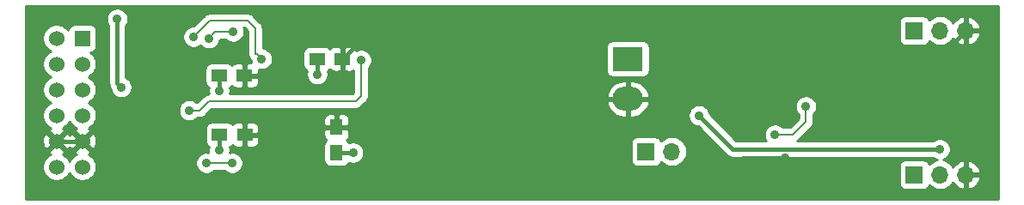
<source format=gbl>
G04 #@! TF.GenerationSoftware,KiCad,Pcbnew,(5.1.2)-2*
G04 #@! TF.CreationDate,2019-11-04T12:19:55+09:00*
G04 #@! TF.ProjectId,Kicad_sehd_mv,4b696361-645f-4736-9568-645f6d762e6b,1.0*
G04 #@! TF.SameCoordinates,Original*
G04 #@! TF.FileFunction,Copper,L2,Bot*
G04 #@! TF.FilePolarity,Positive*
%FSLAX46Y46*%
G04 Gerber Fmt 4.6, Leading zero omitted, Abs format (unit mm)*
G04 Created by KiCad (PCBNEW (5.1.2)-2) date 2019-11-04 12:19:55*
%MOMM*%
%LPD*%
G04 APERTURE LIST*
%ADD10R,1.524000X1.524000*%
%ADD11C,1.524000*%
%ADD12R,1.500000X1.250000*%
%ADD13R,1.250000X1.500000*%
%ADD14O,3.000000X2.350000*%
%ADD15R,3.000000X2.350000*%
%ADD16R,1.700000X1.700000*%
%ADD17O,1.700000X1.700000*%
%ADD18C,0.889000*%
%ADD19C,0.406400*%
%ADD20C,0.203200*%
%ADD21C,0.254000*%
G04 APERTURE END LIST*
D10*
X68580000Y-59690000D03*
D11*
X66040000Y-59690000D03*
X68580000Y-62230000D03*
X66040000Y-62230000D03*
X68580000Y-64770000D03*
X66040000Y-64770000D03*
X68580000Y-67310000D03*
X66040000Y-67310000D03*
X68580000Y-69850000D03*
X66040000Y-69850000D03*
X68580000Y-72390000D03*
X66040000Y-72390000D03*
D12*
X94194000Y-61722000D03*
X91694000Y-61722000D03*
D13*
X93599000Y-70973000D03*
X93599000Y-68473000D03*
D12*
X82042000Y-63373000D03*
X84542000Y-63373000D03*
X84582000Y-69215000D03*
X82082000Y-69215000D03*
D14*
X122301000Y-65682000D03*
D15*
X122301000Y-61722000D03*
D16*
X150495000Y-58928000D03*
D17*
X153035000Y-58928000D03*
X155575000Y-58928000D03*
X155575000Y-73152000D03*
X153035000Y-73152000D03*
D16*
X150495000Y-73152000D03*
D17*
X126619000Y-70866000D03*
D16*
X124079000Y-70866000D03*
D18*
X86233000Y-67310000D03*
X84582000Y-60325000D03*
X90551000Y-68453000D03*
X96012000Y-59944000D03*
X78867000Y-73279000D03*
X104013000Y-60452000D03*
X99695000Y-69850000D03*
X110871000Y-69850000D03*
X113571000Y-70518000D03*
X132428000Y-72677000D03*
X127254000Y-63246000D03*
X137795000Y-71501000D03*
X144018000Y-60452000D03*
X136017000Y-61214000D03*
X157567000Y-66254000D03*
X157607000Y-62611000D03*
X157567000Y-69683000D03*
X96012000Y-57277000D03*
X86233000Y-63373000D03*
X86233000Y-69088000D03*
X139954000Y-58801000D03*
X100838000Y-58928000D03*
X98806000Y-73406000D03*
X95250000Y-75184000D03*
X129286000Y-67310000D03*
X152996901Y-70650099D03*
X136779000Y-69215000D03*
X139827000Y-66421000D03*
X95230000Y-70973000D03*
X91694000Y-63246000D03*
X82042000Y-70739000D03*
X82062000Y-64877000D03*
X72009000Y-57785000D03*
X72390000Y-64516000D03*
X81026000Y-59690000D03*
X83439000Y-59055000D03*
X79121000Y-66802000D03*
X96012000Y-61849000D03*
X79502000Y-59563000D03*
X86233000Y-61722000D03*
X80772000Y-72009000D03*
X83312000Y-72009000D03*
D19*
X66040000Y-69850000D02*
X68580000Y-69850000D01*
X84582000Y-69215000D02*
X85738400Y-69215000D01*
X85738400Y-69215000D02*
X86233000Y-68720400D01*
X86233000Y-68720400D02*
X86233000Y-67310000D01*
X84582000Y-60325000D02*
X84582000Y-63391702D01*
X84582000Y-63391702D02*
X84542000Y-63431702D01*
X93579000Y-68453000D02*
X93599000Y-68473000D01*
X90551000Y-68453000D02*
X93579000Y-68453000D01*
X95972000Y-59944000D02*
X94194000Y-61722000D01*
X96012000Y-59944000D02*
X95972000Y-59944000D01*
X96520000Y-60452000D02*
X96012000Y-59944000D01*
X99695000Y-69850000D02*
X99695000Y-60452000D01*
X104013000Y-60452000D02*
X99695000Y-60452000D01*
X110871000Y-69850000D02*
X99695000Y-69850000D01*
X111539000Y-70518000D02*
X110871000Y-69850000D01*
X113571000Y-70518000D02*
X111539000Y-70518000D01*
X118407000Y-65682000D02*
X113571000Y-70518000D01*
X122301000Y-65682000D02*
X117137000Y-65682000D01*
X125433000Y-65682000D02*
X122301000Y-65682000D01*
X132428000Y-72677000D02*
X125433000Y-65682000D01*
X124207400Y-65682000D02*
X122301000Y-65682000D01*
X125446617Y-65682000D02*
X124207400Y-65682000D01*
X127254000Y-63874617D02*
X125446617Y-65682000D01*
X127254000Y-63246000D02*
X127254000Y-63874617D01*
X133604000Y-71501000D02*
X132428000Y-72677000D01*
X137795000Y-71501000D02*
X133604000Y-71501000D01*
X129286000Y-61214000D02*
X127254000Y-63246000D01*
X136017000Y-61214000D02*
X129286000Y-61214000D01*
X154051000Y-60452000D02*
X155575000Y-58928000D01*
X144018000Y-60452000D02*
X153162000Y-60452000D01*
X153162000Y-60452000D02*
X154051000Y-60452000D01*
X154178000Y-60579000D02*
X154051000Y-60452000D01*
X155575000Y-60579000D02*
X154178000Y-60579000D01*
X157607000Y-62611000D02*
X155575000Y-60579000D01*
X153329000Y-66254000D02*
X153162000Y-66421000D01*
X157567000Y-66254000D02*
X153329000Y-66254000D01*
X153162000Y-66421000D02*
X153162000Y-60452000D01*
X155575000Y-71675000D02*
X155575000Y-73152000D01*
X157567000Y-69683000D02*
X155575000Y-71675000D01*
X96012000Y-59944000D02*
X96012000Y-57277000D01*
X101473000Y-71374000D02*
X100457000Y-72390000D01*
X69341999Y-70611999D02*
X68580000Y-69850000D01*
X70485000Y-70612000D02*
X69341999Y-70611999D01*
X70485000Y-74930000D02*
X70485000Y-70612000D01*
X78359000Y-74930000D02*
X70485000Y-74930000D01*
X78867000Y-73279000D02*
X78867000Y-74422000D01*
X78867000Y-74422000D02*
X78359000Y-74930000D01*
X89662000Y-74930000D02*
X90297000Y-74295000D01*
X86233000Y-74803000D02*
X86106000Y-74930000D01*
X78359000Y-74930000D02*
X86106000Y-74930000D01*
X84542000Y-63373000D02*
X86233000Y-63373000D01*
X86233000Y-69088000D02*
X86233000Y-74803000D01*
X86233000Y-67310000D02*
X86233000Y-69088000D01*
X136017000Y-61214000D02*
X139446000Y-61214000D01*
X139446000Y-61214000D02*
X139954000Y-60706000D01*
X139954000Y-60706000D02*
X139954000Y-58801000D01*
X100838000Y-60325000D02*
X100711000Y-60452000D01*
X100838000Y-58928000D02*
X100838000Y-60325000D01*
X101473000Y-60452000D02*
X98806000Y-60452000D01*
X100711000Y-60452000D02*
X96520000Y-60452000D01*
X100457000Y-72390000D02*
X96774000Y-72390000D01*
X90551000Y-74041000D02*
X90297000Y-74295000D01*
X90551000Y-68453000D02*
X90551000Y-74041000D01*
X95250000Y-72390000D02*
X95250000Y-73914000D01*
X95250000Y-73914000D02*
X90297000Y-73914000D01*
X90297000Y-73914000D02*
X90297000Y-74295000D01*
X98679000Y-72390000D02*
X95250000Y-72390000D01*
X98679000Y-72650383D02*
X98679000Y-72390000D01*
X98806000Y-73406000D02*
X98806000Y-72777383D01*
X98806000Y-72777383D02*
X98679000Y-72650383D01*
X89281000Y-74930000D02*
X94996000Y-74930000D01*
X89281000Y-74930000D02*
X89662000Y-74930000D01*
X86106000Y-74930000D02*
X89281000Y-74930000D01*
X94996000Y-74930000D02*
X95250000Y-75184000D01*
X129286000Y-67310000D02*
X132588000Y-70612000D01*
X132626099Y-70650099D02*
X150456901Y-70650099D01*
X132588000Y-70612000D02*
X132626099Y-70650099D01*
X150456901Y-70650099D02*
X152996901Y-70650099D01*
D20*
X139827000Y-67945000D02*
X139827000Y-66421000D01*
X136779000Y-69215000D02*
X138557000Y-69215000D01*
X138557000Y-69215000D02*
X139827000Y-67945000D01*
D19*
X93599000Y-70973000D02*
X95230000Y-70973000D01*
X91694000Y-61722000D02*
X91694000Y-63246000D01*
X82042000Y-69255000D02*
X82082000Y-69215000D01*
X82042000Y-70739000D02*
X82042000Y-69255000D01*
X82062000Y-63393000D02*
X82042000Y-63373000D01*
X82062000Y-64877000D02*
X82062000Y-63393000D01*
X72009000Y-64135000D02*
X72390000Y-64516000D01*
X72009000Y-57785000D02*
X72009000Y-64135000D01*
D20*
X81661000Y-59055000D02*
X81026000Y-59690000D01*
X83439000Y-59055000D02*
X81661000Y-59055000D01*
X96012000Y-65405000D02*
X96012000Y-61849000D01*
X95504000Y-65913000D02*
X96012000Y-65405000D01*
X81026000Y-65913000D02*
X95504000Y-65913000D01*
X79121000Y-66802000D02*
X80137000Y-66802000D01*
X80137000Y-66802000D02*
X81026000Y-65913000D01*
X85788501Y-61277501D02*
X85661501Y-61277501D01*
X86233000Y-61722000D02*
X85788501Y-61277501D01*
X85661501Y-61277501D02*
X85598000Y-61214000D01*
X85598000Y-61214000D02*
X85598000Y-58674000D01*
X85598000Y-58674000D02*
X84836000Y-57912000D01*
X81153000Y-57912000D02*
X79502000Y-59563000D01*
X84836000Y-57912000D02*
X81153000Y-57912000D01*
X80772000Y-72009000D02*
X83312000Y-72009000D01*
D21*
G36*
X158750000Y-75540000D02*
G01*
X62992000Y-75540000D01*
X62992000Y-72252408D01*
X64643000Y-72252408D01*
X64643000Y-72527592D01*
X64696686Y-72797490D01*
X64801995Y-73051727D01*
X64954880Y-73280535D01*
X65149465Y-73475120D01*
X65378273Y-73628005D01*
X65632510Y-73733314D01*
X65902408Y-73787000D01*
X66177592Y-73787000D01*
X66447490Y-73733314D01*
X66701727Y-73628005D01*
X66930535Y-73475120D01*
X67125120Y-73280535D01*
X67278005Y-73051727D01*
X67310000Y-72974485D01*
X67341995Y-73051727D01*
X67494880Y-73280535D01*
X67689465Y-73475120D01*
X67918273Y-73628005D01*
X68172510Y-73733314D01*
X68442408Y-73787000D01*
X68717592Y-73787000D01*
X68987490Y-73733314D01*
X69241727Y-73628005D01*
X69470535Y-73475120D01*
X69665120Y-73280535D01*
X69818005Y-73051727D01*
X69923314Y-72797490D01*
X69977000Y-72527592D01*
X69977000Y-72252408D01*
X69923314Y-71982510D01*
X69890247Y-71902679D01*
X79692500Y-71902679D01*
X79692500Y-72115321D01*
X79733985Y-72323878D01*
X79815360Y-72520335D01*
X79933498Y-72697141D01*
X80083859Y-72847502D01*
X80260665Y-72965640D01*
X80457122Y-73047015D01*
X80665679Y-73088500D01*
X80878321Y-73088500D01*
X81086878Y-73047015D01*
X81283335Y-72965640D01*
X81460141Y-72847502D01*
X81562043Y-72745600D01*
X82521957Y-72745600D01*
X82623859Y-72847502D01*
X82800665Y-72965640D01*
X82997122Y-73047015D01*
X83205679Y-73088500D01*
X83418321Y-73088500D01*
X83626878Y-73047015D01*
X83823335Y-72965640D01*
X84000141Y-72847502D01*
X84150502Y-72697141D01*
X84268640Y-72520335D01*
X84350015Y-72323878D01*
X84391500Y-72115321D01*
X84391500Y-71902679D01*
X84350015Y-71694122D01*
X84268640Y-71497665D01*
X84150502Y-71320859D01*
X84000141Y-71170498D01*
X83823335Y-71052360D01*
X83626878Y-70970985D01*
X83418321Y-70929500D01*
X83205679Y-70929500D01*
X83100598Y-70950402D01*
X83121500Y-70845321D01*
X83121500Y-70632679D01*
X83080614Y-70427132D01*
X83186494Y-70370537D01*
X83283185Y-70291185D01*
X83332000Y-70231704D01*
X83380815Y-70291185D01*
X83477506Y-70370537D01*
X83587820Y-70429502D01*
X83707518Y-70465812D01*
X83832000Y-70478072D01*
X84296250Y-70475000D01*
X84455000Y-70316250D01*
X84455000Y-69342000D01*
X84709000Y-69342000D01*
X84709000Y-70316250D01*
X84867750Y-70475000D01*
X85332000Y-70478072D01*
X85456482Y-70465812D01*
X85576180Y-70429502D01*
X85686494Y-70370537D01*
X85783185Y-70291185D01*
X85862537Y-70194494D01*
X85921502Y-70084180D01*
X85957812Y-69964482D01*
X85970072Y-69840000D01*
X85967000Y-69500750D01*
X85808250Y-69342000D01*
X84709000Y-69342000D01*
X84455000Y-69342000D01*
X84435000Y-69342000D01*
X84435000Y-69223000D01*
X92335928Y-69223000D01*
X92348188Y-69347482D01*
X92384498Y-69467180D01*
X92443463Y-69577494D01*
X92522815Y-69674185D01*
X92582296Y-69723000D01*
X92522815Y-69771815D01*
X92443463Y-69868506D01*
X92384498Y-69978820D01*
X92348188Y-70098518D01*
X92335928Y-70223000D01*
X92335928Y-71723000D01*
X92348188Y-71847482D01*
X92384498Y-71967180D01*
X92443463Y-72077494D01*
X92522815Y-72174185D01*
X92619506Y-72253537D01*
X92729820Y-72312502D01*
X92849518Y-72348812D01*
X92974000Y-72361072D01*
X94224000Y-72361072D01*
X94348482Y-72348812D01*
X94468180Y-72312502D01*
X94578494Y-72253537D01*
X94675185Y-72174185D01*
X94754537Y-72077494D01*
X94812739Y-71968607D01*
X94915122Y-72011015D01*
X95123679Y-72052500D01*
X95336321Y-72052500D01*
X95544878Y-72011015D01*
X95741335Y-71929640D01*
X95918141Y-71811502D01*
X96068502Y-71661141D01*
X96186640Y-71484335D01*
X96268015Y-71287878D01*
X96309500Y-71079321D01*
X96309500Y-70866679D01*
X96268015Y-70658122D01*
X96186640Y-70461665D01*
X96068502Y-70284859D01*
X95918141Y-70134498D01*
X95741335Y-70016360D01*
X95740466Y-70016000D01*
X122590928Y-70016000D01*
X122590928Y-71716000D01*
X122603188Y-71840482D01*
X122639498Y-71960180D01*
X122698463Y-72070494D01*
X122777815Y-72167185D01*
X122874506Y-72246537D01*
X122984820Y-72305502D01*
X123104518Y-72341812D01*
X123229000Y-72354072D01*
X124929000Y-72354072D01*
X125053482Y-72341812D01*
X125173180Y-72305502D01*
X125283494Y-72246537D01*
X125380185Y-72167185D01*
X125459537Y-72070494D01*
X125518502Y-71960180D01*
X125539393Y-71891313D01*
X125563866Y-71921134D01*
X125789986Y-72106706D01*
X126047966Y-72244599D01*
X126327889Y-72329513D01*
X126546050Y-72351000D01*
X126691950Y-72351000D01*
X126910111Y-72329513D01*
X127190034Y-72244599D01*
X127448014Y-72106706D01*
X127674134Y-71921134D01*
X127859706Y-71695014D01*
X127997599Y-71437034D01*
X128082513Y-71157111D01*
X128111185Y-70866000D01*
X128082513Y-70574889D01*
X127997599Y-70294966D01*
X127859706Y-70036986D01*
X127674134Y-69810866D01*
X127448014Y-69625294D01*
X127190034Y-69487401D01*
X126910111Y-69402487D01*
X126691950Y-69381000D01*
X126546050Y-69381000D01*
X126327889Y-69402487D01*
X126047966Y-69487401D01*
X125789986Y-69625294D01*
X125563866Y-69810866D01*
X125539393Y-69840687D01*
X125518502Y-69771820D01*
X125459537Y-69661506D01*
X125380185Y-69564815D01*
X125283494Y-69485463D01*
X125173180Y-69426498D01*
X125053482Y-69390188D01*
X124929000Y-69377928D01*
X123229000Y-69377928D01*
X123104518Y-69390188D01*
X122984820Y-69426498D01*
X122874506Y-69485463D01*
X122777815Y-69564815D01*
X122698463Y-69661506D01*
X122639498Y-69771820D01*
X122603188Y-69891518D01*
X122590928Y-70016000D01*
X95740466Y-70016000D01*
X95544878Y-69934985D01*
X95336321Y-69893500D01*
X95123679Y-69893500D01*
X94915122Y-69934985D01*
X94812739Y-69977393D01*
X94754537Y-69868506D01*
X94675185Y-69771815D01*
X94615704Y-69723000D01*
X94675185Y-69674185D01*
X94754537Y-69577494D01*
X94813502Y-69467180D01*
X94849812Y-69347482D01*
X94862072Y-69223000D01*
X94859000Y-68758750D01*
X94700250Y-68600000D01*
X93726000Y-68600000D01*
X93726000Y-68620000D01*
X93472000Y-68620000D01*
X93472000Y-68600000D01*
X92497750Y-68600000D01*
X92339000Y-68758750D01*
X92335928Y-69223000D01*
X84435000Y-69223000D01*
X84435000Y-69088000D01*
X84455000Y-69088000D01*
X84455000Y-68113750D01*
X84709000Y-68113750D01*
X84709000Y-69088000D01*
X85808250Y-69088000D01*
X85967000Y-68929250D01*
X85970072Y-68590000D01*
X85957812Y-68465518D01*
X85921502Y-68345820D01*
X85862537Y-68235506D01*
X85783185Y-68138815D01*
X85686494Y-68059463D01*
X85576180Y-68000498D01*
X85456482Y-67964188D01*
X85332000Y-67951928D01*
X84867750Y-67955000D01*
X84709000Y-68113750D01*
X84455000Y-68113750D01*
X84296250Y-67955000D01*
X83832000Y-67951928D01*
X83707518Y-67964188D01*
X83587820Y-68000498D01*
X83477506Y-68059463D01*
X83380815Y-68138815D01*
X83332000Y-68198296D01*
X83283185Y-68138815D01*
X83186494Y-68059463D01*
X83076180Y-68000498D01*
X82956482Y-67964188D01*
X82832000Y-67951928D01*
X81332000Y-67951928D01*
X81207518Y-67964188D01*
X81087820Y-68000498D01*
X80977506Y-68059463D01*
X80880815Y-68138815D01*
X80801463Y-68235506D01*
X80742498Y-68345820D01*
X80706188Y-68465518D01*
X80693928Y-68590000D01*
X80693928Y-69840000D01*
X80706188Y-69964482D01*
X80742498Y-70084180D01*
X80801463Y-70194494D01*
X80880815Y-70291185D01*
X80977506Y-70370537D01*
X81017357Y-70391838D01*
X81003985Y-70424122D01*
X80962500Y-70632679D01*
X80962500Y-70845321D01*
X80983402Y-70950402D01*
X80878321Y-70929500D01*
X80665679Y-70929500D01*
X80457122Y-70970985D01*
X80260665Y-71052360D01*
X80083859Y-71170498D01*
X79933498Y-71320859D01*
X79815360Y-71497665D01*
X79733985Y-71694122D01*
X79692500Y-71902679D01*
X69890247Y-71902679D01*
X69818005Y-71728273D01*
X69665120Y-71499465D01*
X69470535Y-71304880D01*
X69241727Y-71151995D01*
X69170057Y-71122308D01*
X69183023Y-71117636D01*
X69298980Y-71055656D01*
X69365960Y-70815565D01*
X68580000Y-70029605D01*
X67794040Y-70815565D01*
X67861020Y-71055656D01*
X67996760Y-71119485D01*
X67918273Y-71151995D01*
X67689465Y-71304880D01*
X67494880Y-71499465D01*
X67341995Y-71728273D01*
X67310000Y-71805515D01*
X67278005Y-71728273D01*
X67125120Y-71499465D01*
X66930535Y-71304880D01*
X66701727Y-71151995D01*
X66630057Y-71122308D01*
X66643023Y-71117636D01*
X66758980Y-71055656D01*
X66825960Y-70815565D01*
X66040000Y-70029605D01*
X65254040Y-70815565D01*
X65321020Y-71055656D01*
X65456760Y-71119485D01*
X65378273Y-71151995D01*
X65149465Y-71304880D01*
X64954880Y-71499465D01*
X64801995Y-71728273D01*
X64696686Y-71982510D01*
X64643000Y-72252408D01*
X62992000Y-72252408D01*
X62992000Y-69922017D01*
X64638090Y-69922017D01*
X64679078Y-70194133D01*
X64772364Y-70453023D01*
X64834344Y-70568980D01*
X65074435Y-70635960D01*
X65860395Y-69850000D01*
X66219605Y-69850000D01*
X67005565Y-70635960D01*
X67245656Y-70568980D01*
X67307079Y-70438356D01*
X67312364Y-70453023D01*
X67374344Y-70568980D01*
X67614435Y-70635960D01*
X68400395Y-69850000D01*
X68759605Y-69850000D01*
X69545565Y-70635960D01*
X69785656Y-70568980D01*
X69902756Y-70319952D01*
X69969023Y-70052865D01*
X69981910Y-69777983D01*
X69940922Y-69505867D01*
X69847636Y-69246977D01*
X69785656Y-69131020D01*
X69545565Y-69064040D01*
X68759605Y-69850000D01*
X68400395Y-69850000D01*
X67614435Y-69064040D01*
X67374344Y-69131020D01*
X67312921Y-69261644D01*
X67307636Y-69246977D01*
X67245656Y-69131020D01*
X67005565Y-69064040D01*
X66219605Y-69850000D01*
X65860395Y-69850000D01*
X65074435Y-69064040D01*
X64834344Y-69131020D01*
X64717244Y-69380048D01*
X64650977Y-69647135D01*
X64638090Y-69922017D01*
X62992000Y-69922017D01*
X62992000Y-59552408D01*
X64643000Y-59552408D01*
X64643000Y-59827592D01*
X64696686Y-60097490D01*
X64801995Y-60351727D01*
X64954880Y-60580535D01*
X65149465Y-60775120D01*
X65378273Y-60928005D01*
X65455515Y-60960000D01*
X65378273Y-60991995D01*
X65149465Y-61144880D01*
X64954880Y-61339465D01*
X64801995Y-61568273D01*
X64696686Y-61822510D01*
X64643000Y-62092408D01*
X64643000Y-62367592D01*
X64696686Y-62637490D01*
X64801995Y-62891727D01*
X64954880Y-63120535D01*
X65149465Y-63315120D01*
X65378273Y-63468005D01*
X65455515Y-63500000D01*
X65378273Y-63531995D01*
X65149465Y-63684880D01*
X64954880Y-63879465D01*
X64801995Y-64108273D01*
X64696686Y-64362510D01*
X64643000Y-64632408D01*
X64643000Y-64907592D01*
X64696686Y-65177490D01*
X64801995Y-65431727D01*
X64954880Y-65660535D01*
X65149465Y-65855120D01*
X65378273Y-66008005D01*
X65455515Y-66040000D01*
X65378273Y-66071995D01*
X65149465Y-66224880D01*
X64954880Y-66419465D01*
X64801995Y-66648273D01*
X64696686Y-66902510D01*
X64643000Y-67172408D01*
X64643000Y-67447592D01*
X64696686Y-67717490D01*
X64801995Y-67971727D01*
X64954880Y-68200535D01*
X65149465Y-68395120D01*
X65378273Y-68548005D01*
X65449943Y-68577692D01*
X65436977Y-68582364D01*
X65321020Y-68644344D01*
X65254040Y-68884435D01*
X66040000Y-69670395D01*
X66825960Y-68884435D01*
X66758980Y-68644344D01*
X66623240Y-68580515D01*
X66701727Y-68548005D01*
X66930535Y-68395120D01*
X67125120Y-68200535D01*
X67278005Y-67971727D01*
X67310000Y-67894485D01*
X67341995Y-67971727D01*
X67494880Y-68200535D01*
X67689465Y-68395120D01*
X67918273Y-68548005D01*
X67989943Y-68577692D01*
X67976977Y-68582364D01*
X67861020Y-68644344D01*
X67794040Y-68884435D01*
X68580000Y-69670395D01*
X69365960Y-68884435D01*
X69298980Y-68644344D01*
X69163240Y-68580515D01*
X69241727Y-68548005D01*
X69470535Y-68395120D01*
X69665120Y-68200535D01*
X69818005Y-67971727D01*
X69923314Y-67717490D01*
X69977000Y-67447592D01*
X69977000Y-67172408D01*
X69923314Y-66902510D01*
X69837642Y-66695679D01*
X78041500Y-66695679D01*
X78041500Y-66908321D01*
X78082985Y-67116878D01*
X78164360Y-67313335D01*
X78282498Y-67490141D01*
X78432859Y-67640502D01*
X78609665Y-67758640D01*
X78806122Y-67840015D01*
X79014679Y-67881500D01*
X79227321Y-67881500D01*
X79435878Y-67840015D01*
X79632335Y-67758640D01*
X79685674Y-67723000D01*
X92335928Y-67723000D01*
X92339000Y-68187250D01*
X92497750Y-68346000D01*
X93472000Y-68346000D01*
X93472000Y-67246750D01*
X93726000Y-67246750D01*
X93726000Y-68346000D01*
X94700250Y-68346000D01*
X94859000Y-68187250D01*
X94862072Y-67723000D01*
X94849812Y-67598518D01*
X94813502Y-67478820D01*
X94754537Y-67368506D01*
X94675185Y-67271815D01*
X94578494Y-67192463D01*
X94468180Y-67133498D01*
X94348482Y-67097188D01*
X94224000Y-67084928D01*
X93884750Y-67088000D01*
X93726000Y-67246750D01*
X93472000Y-67246750D01*
X93313250Y-67088000D01*
X92974000Y-67084928D01*
X92849518Y-67097188D01*
X92729820Y-67133498D01*
X92619506Y-67192463D01*
X92522815Y-67271815D01*
X92443463Y-67368506D01*
X92384498Y-67478820D01*
X92348188Y-67598518D01*
X92335928Y-67723000D01*
X79685674Y-67723000D01*
X79809141Y-67640502D01*
X79911043Y-67538600D01*
X80100817Y-67538600D01*
X80137000Y-67542164D01*
X80173183Y-67538600D01*
X80173186Y-67538600D01*
X80281399Y-67527942D01*
X80420249Y-67485822D01*
X80548213Y-67417424D01*
X80660375Y-67325375D01*
X80683445Y-67297264D01*
X81331110Y-66649600D01*
X95467817Y-66649600D01*
X95504000Y-66653164D01*
X95540183Y-66649600D01*
X95540186Y-66649600D01*
X95648399Y-66638942D01*
X95787249Y-66596822D01*
X95915213Y-66528424D01*
X96027375Y-66436375D01*
X96050446Y-66408263D01*
X96368824Y-66089885D01*
X120212557Y-66089885D01*
X120255178Y-66257324D01*
X120400483Y-66581985D01*
X120606334Y-66872060D01*
X120864821Y-67116402D01*
X121166010Y-67305621D01*
X121498327Y-67432445D01*
X121849000Y-67492000D01*
X122174000Y-67492000D01*
X122174000Y-65809000D01*
X122428000Y-65809000D01*
X122428000Y-67492000D01*
X122753000Y-67492000D01*
X123103673Y-67432445D01*
X123435990Y-67305621D01*
X123598255Y-67203679D01*
X128206500Y-67203679D01*
X128206500Y-67416321D01*
X128247985Y-67624878D01*
X128329360Y-67821335D01*
X128447498Y-67998141D01*
X128597859Y-68148502D01*
X128774665Y-68266640D01*
X128971122Y-68348015D01*
X129179679Y-68389500D01*
X129180107Y-68389500D01*
X132004293Y-71213687D01*
X132030535Y-71245663D01*
X132158167Y-71350408D01*
X132303782Y-71428241D01*
X132461783Y-71476170D01*
X132584929Y-71488299D01*
X132584936Y-71488299D01*
X132626098Y-71492353D01*
X132667261Y-71488299D01*
X152308458Y-71488299D01*
X152308760Y-71488601D01*
X152485566Y-71606739D01*
X152682023Y-71688114D01*
X152720130Y-71695694D01*
X152463966Y-71773401D01*
X152205986Y-71911294D01*
X151979866Y-72096866D01*
X151955393Y-72126687D01*
X151934502Y-72057820D01*
X151875537Y-71947506D01*
X151796185Y-71850815D01*
X151699494Y-71771463D01*
X151589180Y-71712498D01*
X151469482Y-71676188D01*
X151345000Y-71663928D01*
X149645000Y-71663928D01*
X149520518Y-71676188D01*
X149400820Y-71712498D01*
X149290506Y-71771463D01*
X149193815Y-71850815D01*
X149114463Y-71947506D01*
X149055498Y-72057820D01*
X149019188Y-72177518D01*
X149006928Y-72302000D01*
X149006928Y-74002000D01*
X149019188Y-74126482D01*
X149055498Y-74246180D01*
X149114463Y-74356494D01*
X149193815Y-74453185D01*
X149290506Y-74532537D01*
X149400820Y-74591502D01*
X149520518Y-74627812D01*
X149645000Y-74640072D01*
X151345000Y-74640072D01*
X151469482Y-74627812D01*
X151589180Y-74591502D01*
X151699494Y-74532537D01*
X151796185Y-74453185D01*
X151875537Y-74356494D01*
X151934502Y-74246180D01*
X151955393Y-74177313D01*
X151979866Y-74207134D01*
X152205986Y-74392706D01*
X152463966Y-74530599D01*
X152743889Y-74615513D01*
X152962050Y-74637000D01*
X153107950Y-74637000D01*
X153326111Y-74615513D01*
X153606034Y-74530599D01*
X153864014Y-74392706D01*
X154090134Y-74207134D01*
X154275706Y-73981014D01*
X154310201Y-73916477D01*
X154379822Y-74033355D01*
X154574731Y-74249588D01*
X154808080Y-74423641D01*
X155070901Y-74548825D01*
X155218110Y-74593476D01*
X155448000Y-74472155D01*
X155448000Y-73279000D01*
X155702000Y-73279000D01*
X155702000Y-74472155D01*
X155931890Y-74593476D01*
X156079099Y-74548825D01*
X156341920Y-74423641D01*
X156575269Y-74249588D01*
X156770178Y-74033355D01*
X156919157Y-73783252D01*
X157016481Y-73508891D01*
X156895814Y-73279000D01*
X155702000Y-73279000D01*
X155448000Y-73279000D01*
X155428000Y-73279000D01*
X155428000Y-73025000D01*
X155448000Y-73025000D01*
X155448000Y-71831845D01*
X155702000Y-71831845D01*
X155702000Y-73025000D01*
X156895814Y-73025000D01*
X157016481Y-72795109D01*
X156919157Y-72520748D01*
X156770178Y-72270645D01*
X156575269Y-72054412D01*
X156341920Y-71880359D01*
X156079099Y-71755175D01*
X155931890Y-71710524D01*
X155702000Y-71831845D01*
X155448000Y-71831845D01*
X155218110Y-71710524D01*
X155070901Y-71755175D01*
X154808080Y-71880359D01*
X154574731Y-72054412D01*
X154379822Y-72270645D01*
X154310201Y-72387523D01*
X154275706Y-72322986D01*
X154090134Y-72096866D01*
X153864014Y-71911294D01*
X153606034Y-71773401D01*
X153326111Y-71688487D01*
X153313805Y-71687275D01*
X153508236Y-71606739D01*
X153685042Y-71488601D01*
X153835403Y-71338240D01*
X153953541Y-71161434D01*
X154034916Y-70964977D01*
X154076401Y-70756420D01*
X154076401Y-70543778D01*
X154034916Y-70335221D01*
X153953541Y-70138764D01*
X153835403Y-69961958D01*
X153685042Y-69811597D01*
X153508236Y-69693459D01*
X153311779Y-69612084D01*
X153103222Y-69570599D01*
X152890580Y-69570599D01*
X152682023Y-69612084D01*
X152485566Y-69693459D01*
X152308760Y-69811597D01*
X152308458Y-69811899D01*
X138990786Y-69811899D01*
X139080375Y-69738375D01*
X139103445Y-69710264D01*
X140322273Y-68491437D01*
X140350374Y-68468375D01*
X140373437Y-68440273D01*
X140373442Y-68440268D01*
X140442423Y-68356214D01*
X140442425Y-68356212D01*
X140510822Y-68228249D01*
X140552942Y-68089399D01*
X140563600Y-67981186D01*
X140563600Y-67981177D01*
X140567163Y-67945001D01*
X140563600Y-67908825D01*
X140563600Y-67211043D01*
X140665502Y-67109141D01*
X140783640Y-66932335D01*
X140865015Y-66735878D01*
X140906500Y-66527321D01*
X140906500Y-66314679D01*
X140865015Y-66106122D01*
X140783640Y-65909665D01*
X140665502Y-65732859D01*
X140515141Y-65582498D01*
X140338335Y-65464360D01*
X140141878Y-65382985D01*
X139933321Y-65341500D01*
X139720679Y-65341500D01*
X139512122Y-65382985D01*
X139315665Y-65464360D01*
X139138859Y-65582498D01*
X138988498Y-65732859D01*
X138870360Y-65909665D01*
X138788985Y-66106122D01*
X138747500Y-66314679D01*
X138747500Y-66527321D01*
X138788985Y-66735878D01*
X138870360Y-66932335D01*
X138988498Y-67109141D01*
X139090400Y-67211043D01*
X139090400Y-67639890D01*
X138251891Y-68478400D01*
X137569043Y-68478400D01*
X137467141Y-68376498D01*
X137290335Y-68258360D01*
X137093878Y-68176985D01*
X136885321Y-68135500D01*
X136672679Y-68135500D01*
X136464122Y-68176985D01*
X136267665Y-68258360D01*
X136090859Y-68376498D01*
X135940498Y-68526859D01*
X135822360Y-68703665D01*
X135740985Y-68900122D01*
X135699500Y-69108679D01*
X135699500Y-69321321D01*
X135740985Y-69529878D01*
X135822360Y-69726335D01*
X135879532Y-69811899D01*
X132973293Y-69811899D01*
X130365500Y-67204107D01*
X130365500Y-67203679D01*
X130324015Y-66995122D01*
X130242640Y-66798665D01*
X130124502Y-66621859D01*
X129974141Y-66471498D01*
X129797335Y-66353360D01*
X129600878Y-66271985D01*
X129392321Y-66230500D01*
X129179679Y-66230500D01*
X128971122Y-66271985D01*
X128774665Y-66353360D01*
X128597859Y-66471498D01*
X128447498Y-66621859D01*
X128329360Y-66798665D01*
X128247985Y-66995122D01*
X128206500Y-67203679D01*
X123598255Y-67203679D01*
X123737179Y-67116402D01*
X123995666Y-66872060D01*
X124201517Y-66581985D01*
X124346822Y-66257324D01*
X124389443Y-66089885D01*
X124272359Y-65809000D01*
X122428000Y-65809000D01*
X122174000Y-65809000D01*
X120329641Y-65809000D01*
X120212557Y-66089885D01*
X96368824Y-66089885D01*
X96507268Y-65951441D01*
X96535374Y-65928375D01*
X96627424Y-65816213D01*
X96695822Y-65688249D01*
X96737942Y-65549399D01*
X96748600Y-65441186D01*
X96748600Y-65441177D01*
X96752163Y-65405001D01*
X96748600Y-65368825D01*
X96748600Y-65274115D01*
X120212557Y-65274115D01*
X120329641Y-65555000D01*
X122174000Y-65555000D01*
X122174000Y-63872000D01*
X122428000Y-63872000D01*
X122428000Y-65555000D01*
X124272359Y-65555000D01*
X124389443Y-65274115D01*
X124346822Y-65106676D01*
X124201517Y-64782015D01*
X123995666Y-64491940D01*
X123737179Y-64247598D01*
X123435990Y-64058379D01*
X123103673Y-63931555D01*
X122753000Y-63872000D01*
X122428000Y-63872000D01*
X122174000Y-63872000D01*
X121849000Y-63872000D01*
X121498327Y-63931555D01*
X121166010Y-64058379D01*
X120864821Y-64247598D01*
X120606334Y-64491940D01*
X120400483Y-64782015D01*
X120255178Y-65106676D01*
X120212557Y-65274115D01*
X96748600Y-65274115D01*
X96748600Y-62639043D01*
X96850502Y-62537141D01*
X96968640Y-62360335D01*
X97050015Y-62163878D01*
X97091500Y-61955321D01*
X97091500Y-61742679D01*
X97050015Y-61534122D01*
X96968640Y-61337665D01*
X96850502Y-61160859D01*
X96700141Y-61010498D01*
X96523335Y-60892360D01*
X96326878Y-60810985D01*
X96118321Y-60769500D01*
X95905679Y-60769500D01*
X95697122Y-60810985D01*
X95540492Y-60875863D01*
X95533502Y-60852820D01*
X95474537Y-60742506D01*
X95395185Y-60645815D01*
X95298494Y-60566463D01*
X95262082Y-60547000D01*
X120162928Y-60547000D01*
X120162928Y-62897000D01*
X120175188Y-63021482D01*
X120211498Y-63141180D01*
X120270463Y-63251494D01*
X120349815Y-63348185D01*
X120446506Y-63427537D01*
X120556820Y-63486502D01*
X120676518Y-63522812D01*
X120801000Y-63535072D01*
X123801000Y-63535072D01*
X123925482Y-63522812D01*
X124045180Y-63486502D01*
X124155494Y-63427537D01*
X124252185Y-63348185D01*
X124331537Y-63251494D01*
X124390502Y-63141180D01*
X124426812Y-63021482D01*
X124439072Y-62897000D01*
X124439072Y-60547000D01*
X124426812Y-60422518D01*
X124390502Y-60302820D01*
X124331537Y-60192506D01*
X124252185Y-60095815D01*
X124155494Y-60016463D01*
X124045180Y-59957498D01*
X123925482Y-59921188D01*
X123801000Y-59908928D01*
X120801000Y-59908928D01*
X120676518Y-59921188D01*
X120556820Y-59957498D01*
X120446506Y-60016463D01*
X120349815Y-60095815D01*
X120270463Y-60192506D01*
X120211498Y-60302820D01*
X120175188Y-60422518D01*
X120162928Y-60547000D01*
X95262082Y-60547000D01*
X95188180Y-60507498D01*
X95068482Y-60471188D01*
X94944000Y-60458928D01*
X94479750Y-60462000D01*
X94321000Y-60620750D01*
X94321000Y-61595000D01*
X94341000Y-61595000D01*
X94341000Y-61849000D01*
X94321000Y-61849000D01*
X94321000Y-62823250D01*
X94479750Y-62982000D01*
X94944000Y-62985072D01*
X95068482Y-62972812D01*
X95188180Y-62936502D01*
X95275401Y-62889881D01*
X95275400Y-65099891D01*
X95198891Y-65176400D01*
X83103094Y-65176400D01*
X83141500Y-64983321D01*
X83141500Y-64770679D01*
X83100015Y-64562122D01*
X83097051Y-64554965D01*
X83146494Y-64528537D01*
X83243185Y-64449185D01*
X83292000Y-64389704D01*
X83340815Y-64449185D01*
X83437506Y-64528537D01*
X83547820Y-64587502D01*
X83667518Y-64623812D01*
X83792000Y-64636072D01*
X84256250Y-64633000D01*
X84415000Y-64474250D01*
X84415000Y-63500000D01*
X84669000Y-63500000D01*
X84669000Y-64474250D01*
X84827750Y-64633000D01*
X85292000Y-64636072D01*
X85416482Y-64623812D01*
X85536180Y-64587502D01*
X85646494Y-64528537D01*
X85743185Y-64449185D01*
X85822537Y-64352494D01*
X85881502Y-64242180D01*
X85917812Y-64122482D01*
X85930072Y-63998000D01*
X85927000Y-63658750D01*
X85768250Y-63500000D01*
X84669000Y-63500000D01*
X84415000Y-63500000D01*
X84395000Y-63500000D01*
X84395000Y-63246000D01*
X84415000Y-63246000D01*
X84415000Y-62271750D01*
X84256250Y-62113000D01*
X83792000Y-62109928D01*
X83667518Y-62122188D01*
X83547820Y-62158498D01*
X83437506Y-62217463D01*
X83340815Y-62296815D01*
X83292000Y-62356296D01*
X83243185Y-62296815D01*
X83146494Y-62217463D01*
X83036180Y-62158498D01*
X82916482Y-62122188D01*
X82792000Y-62109928D01*
X81292000Y-62109928D01*
X81167518Y-62122188D01*
X81047820Y-62158498D01*
X80937506Y-62217463D01*
X80840815Y-62296815D01*
X80761463Y-62393506D01*
X80702498Y-62503820D01*
X80666188Y-62623518D01*
X80653928Y-62748000D01*
X80653928Y-63998000D01*
X80666188Y-64122482D01*
X80702498Y-64242180D01*
X80761463Y-64352494D01*
X80840815Y-64449185D01*
X80937506Y-64528537D01*
X81021712Y-64573547D01*
X80982500Y-64770679D01*
X80982500Y-64983321D01*
X81020309Y-65173397D01*
X80989814Y-65176400D01*
X80881601Y-65187058D01*
X80742751Y-65229178D01*
X80614787Y-65297576D01*
X80540851Y-65358254D01*
X80502625Y-65389625D01*
X80479559Y-65417731D01*
X79871467Y-66025824D01*
X79809141Y-65963498D01*
X79632335Y-65845360D01*
X79435878Y-65763985D01*
X79227321Y-65722500D01*
X79014679Y-65722500D01*
X78806122Y-65763985D01*
X78609665Y-65845360D01*
X78432859Y-65963498D01*
X78282498Y-66113859D01*
X78164360Y-66290665D01*
X78082985Y-66487122D01*
X78041500Y-66695679D01*
X69837642Y-66695679D01*
X69818005Y-66648273D01*
X69665120Y-66419465D01*
X69470535Y-66224880D01*
X69241727Y-66071995D01*
X69164485Y-66040000D01*
X69241727Y-66008005D01*
X69470535Y-65855120D01*
X69665120Y-65660535D01*
X69818005Y-65431727D01*
X69923314Y-65177490D01*
X69977000Y-64907592D01*
X69977000Y-64632408D01*
X69923314Y-64362510D01*
X69818005Y-64108273D01*
X69665120Y-63879465D01*
X69470535Y-63684880D01*
X69241727Y-63531995D01*
X69164485Y-63500000D01*
X69241727Y-63468005D01*
X69470535Y-63315120D01*
X69665120Y-63120535D01*
X69818005Y-62891727D01*
X69923314Y-62637490D01*
X69977000Y-62367592D01*
X69977000Y-62092408D01*
X69923314Y-61822510D01*
X69818005Y-61568273D01*
X69665120Y-61339465D01*
X69470535Y-61144880D01*
X69382535Y-61086080D01*
X69466482Y-61077812D01*
X69586180Y-61041502D01*
X69696494Y-60982537D01*
X69793185Y-60903185D01*
X69872537Y-60806494D01*
X69931502Y-60696180D01*
X69967812Y-60576482D01*
X69980072Y-60452000D01*
X69980072Y-58928000D01*
X69967812Y-58803518D01*
X69931502Y-58683820D01*
X69872537Y-58573506D01*
X69793185Y-58476815D01*
X69696494Y-58397463D01*
X69586180Y-58338498D01*
X69466482Y-58302188D01*
X69342000Y-58289928D01*
X67818000Y-58289928D01*
X67693518Y-58302188D01*
X67573820Y-58338498D01*
X67463506Y-58397463D01*
X67366815Y-58476815D01*
X67287463Y-58573506D01*
X67228498Y-58683820D01*
X67192188Y-58803518D01*
X67183920Y-58887465D01*
X67125120Y-58799465D01*
X66930535Y-58604880D01*
X66701727Y-58451995D01*
X66447490Y-58346686D01*
X66177592Y-58293000D01*
X65902408Y-58293000D01*
X65632510Y-58346686D01*
X65378273Y-58451995D01*
X65149465Y-58604880D01*
X64954880Y-58799465D01*
X64801995Y-59028273D01*
X64696686Y-59282510D01*
X64643000Y-59552408D01*
X62992000Y-59552408D01*
X62992000Y-57678679D01*
X70929500Y-57678679D01*
X70929500Y-57891321D01*
X70970985Y-58099878D01*
X71052360Y-58296335D01*
X71170498Y-58473141D01*
X71170800Y-58473443D01*
X71170801Y-64093827D01*
X71166746Y-64135000D01*
X71182929Y-64299315D01*
X71230858Y-64457316D01*
X71308691Y-64602931D01*
X71310500Y-64605135D01*
X71310500Y-64622321D01*
X71351985Y-64830878D01*
X71433360Y-65027335D01*
X71551498Y-65204141D01*
X71701859Y-65354502D01*
X71878665Y-65472640D01*
X72075122Y-65554015D01*
X72283679Y-65595500D01*
X72496321Y-65595500D01*
X72704878Y-65554015D01*
X72901335Y-65472640D01*
X73078141Y-65354502D01*
X73228502Y-65204141D01*
X73346640Y-65027335D01*
X73428015Y-64830878D01*
X73469500Y-64622321D01*
X73469500Y-64409679D01*
X73428015Y-64201122D01*
X73346640Y-64004665D01*
X73228502Y-63827859D01*
X73078141Y-63677498D01*
X72901335Y-63559360D01*
X72847200Y-63536937D01*
X72847200Y-59456679D01*
X78422500Y-59456679D01*
X78422500Y-59669321D01*
X78463985Y-59877878D01*
X78545360Y-60074335D01*
X78663498Y-60251141D01*
X78813859Y-60401502D01*
X78990665Y-60519640D01*
X79187122Y-60601015D01*
X79395679Y-60642500D01*
X79608321Y-60642500D01*
X79816878Y-60601015D01*
X80013335Y-60519640D01*
X80190141Y-60401502D01*
X80200500Y-60391143D01*
X80337859Y-60528502D01*
X80514665Y-60646640D01*
X80711122Y-60728015D01*
X80919679Y-60769500D01*
X81132321Y-60769500D01*
X81340878Y-60728015D01*
X81537335Y-60646640D01*
X81714141Y-60528502D01*
X81864502Y-60378141D01*
X81982640Y-60201335D01*
X82064015Y-60004878D01*
X82105500Y-59796321D01*
X82105500Y-59791600D01*
X82648957Y-59791600D01*
X82750859Y-59893502D01*
X82927665Y-60011640D01*
X83124122Y-60093015D01*
X83332679Y-60134500D01*
X83545321Y-60134500D01*
X83753878Y-60093015D01*
X83950335Y-60011640D01*
X84127141Y-59893502D01*
X84277502Y-59743141D01*
X84395640Y-59566335D01*
X84477015Y-59369878D01*
X84518500Y-59161321D01*
X84518500Y-58948679D01*
X84477015Y-58740122D01*
X84439105Y-58648600D01*
X84530891Y-58648600D01*
X84861401Y-58979111D01*
X84861400Y-61177816D01*
X84857836Y-61214000D01*
X84861400Y-61250183D01*
X84861400Y-61250185D01*
X84872058Y-61358398D01*
X84914178Y-61497248D01*
X84977481Y-61615679D01*
X84982576Y-61625212D01*
X85028221Y-61680830D01*
X85074625Y-61737374D01*
X85102732Y-61760441D01*
X85115055Y-61772764D01*
X85138126Y-61800876D01*
X85153500Y-61813493D01*
X85153500Y-61828321D01*
X85194985Y-62036878D01*
X85225426Y-62110369D01*
X84827750Y-62113000D01*
X84669000Y-62271750D01*
X84669000Y-63246000D01*
X85768250Y-63246000D01*
X85927000Y-63087250D01*
X85929942Y-62762366D01*
X86126679Y-62801500D01*
X86339321Y-62801500D01*
X86547878Y-62760015D01*
X86744335Y-62678640D01*
X86921141Y-62560502D01*
X87071502Y-62410141D01*
X87189640Y-62233335D01*
X87271015Y-62036878D01*
X87312500Y-61828321D01*
X87312500Y-61615679D01*
X87271015Y-61407122D01*
X87189640Y-61210665D01*
X87113692Y-61097000D01*
X90305928Y-61097000D01*
X90305928Y-62347000D01*
X90318188Y-62471482D01*
X90354498Y-62591180D01*
X90413463Y-62701494D01*
X90492815Y-62798185D01*
X90589506Y-62877537D01*
X90662106Y-62916343D01*
X90655985Y-62931122D01*
X90614500Y-63139679D01*
X90614500Y-63352321D01*
X90655985Y-63560878D01*
X90737360Y-63757335D01*
X90855498Y-63934141D01*
X91005859Y-64084502D01*
X91182665Y-64202640D01*
X91379122Y-64284015D01*
X91587679Y-64325500D01*
X91800321Y-64325500D01*
X92008878Y-64284015D01*
X92205335Y-64202640D01*
X92382141Y-64084502D01*
X92532502Y-63934141D01*
X92650640Y-63757335D01*
X92732015Y-63560878D01*
X92773500Y-63352321D01*
X92773500Y-63139679D01*
X92732015Y-62931122D01*
X92725894Y-62916343D01*
X92798494Y-62877537D01*
X92895185Y-62798185D01*
X92944000Y-62738704D01*
X92992815Y-62798185D01*
X93089506Y-62877537D01*
X93199820Y-62936502D01*
X93319518Y-62972812D01*
X93444000Y-62985072D01*
X93908250Y-62982000D01*
X94067000Y-62823250D01*
X94067000Y-61849000D01*
X94047000Y-61849000D01*
X94047000Y-61595000D01*
X94067000Y-61595000D01*
X94067000Y-60620750D01*
X93908250Y-60462000D01*
X93444000Y-60458928D01*
X93319518Y-60471188D01*
X93199820Y-60507498D01*
X93089506Y-60566463D01*
X92992815Y-60645815D01*
X92944000Y-60705296D01*
X92895185Y-60645815D01*
X92798494Y-60566463D01*
X92688180Y-60507498D01*
X92568482Y-60471188D01*
X92444000Y-60458928D01*
X90944000Y-60458928D01*
X90819518Y-60471188D01*
X90699820Y-60507498D01*
X90589506Y-60566463D01*
X90492815Y-60645815D01*
X90413463Y-60742506D01*
X90354498Y-60852820D01*
X90318188Y-60972518D01*
X90305928Y-61097000D01*
X87113692Y-61097000D01*
X87071502Y-61033859D01*
X86921141Y-60883498D01*
X86744335Y-60765360D01*
X86547878Y-60683985D01*
X86339321Y-60642500D01*
X86334600Y-60642500D01*
X86334600Y-58710186D01*
X86338164Y-58674000D01*
X86323942Y-58529601D01*
X86296633Y-58439576D01*
X86281822Y-58390751D01*
X86213424Y-58262787D01*
X86121375Y-58150625D01*
X86093269Y-58127559D01*
X86043710Y-58078000D01*
X149006928Y-58078000D01*
X149006928Y-59778000D01*
X149019188Y-59902482D01*
X149055498Y-60022180D01*
X149114463Y-60132494D01*
X149193815Y-60229185D01*
X149290506Y-60308537D01*
X149400820Y-60367502D01*
X149520518Y-60403812D01*
X149645000Y-60416072D01*
X151345000Y-60416072D01*
X151469482Y-60403812D01*
X151589180Y-60367502D01*
X151699494Y-60308537D01*
X151796185Y-60229185D01*
X151875537Y-60132494D01*
X151934502Y-60022180D01*
X151955393Y-59953313D01*
X151979866Y-59983134D01*
X152205986Y-60168706D01*
X152463966Y-60306599D01*
X152743889Y-60391513D01*
X152962050Y-60413000D01*
X153107950Y-60413000D01*
X153326111Y-60391513D01*
X153606034Y-60306599D01*
X153864014Y-60168706D01*
X154090134Y-59983134D01*
X154275706Y-59757014D01*
X154310201Y-59692477D01*
X154379822Y-59809355D01*
X154574731Y-60025588D01*
X154808080Y-60199641D01*
X155070901Y-60324825D01*
X155218110Y-60369476D01*
X155448000Y-60248155D01*
X155448000Y-59055000D01*
X155702000Y-59055000D01*
X155702000Y-60248155D01*
X155931890Y-60369476D01*
X156079099Y-60324825D01*
X156341920Y-60199641D01*
X156575269Y-60025588D01*
X156770178Y-59809355D01*
X156919157Y-59559252D01*
X157016481Y-59284891D01*
X156895814Y-59055000D01*
X155702000Y-59055000D01*
X155448000Y-59055000D01*
X155428000Y-59055000D01*
X155428000Y-58801000D01*
X155448000Y-58801000D01*
X155448000Y-57607845D01*
X155702000Y-57607845D01*
X155702000Y-58801000D01*
X156895814Y-58801000D01*
X157016481Y-58571109D01*
X156919157Y-58296748D01*
X156770178Y-58046645D01*
X156575269Y-57830412D01*
X156341920Y-57656359D01*
X156079099Y-57531175D01*
X155931890Y-57486524D01*
X155702000Y-57607845D01*
X155448000Y-57607845D01*
X155218110Y-57486524D01*
X155070901Y-57531175D01*
X154808080Y-57656359D01*
X154574731Y-57830412D01*
X154379822Y-58046645D01*
X154310201Y-58163523D01*
X154275706Y-58098986D01*
X154090134Y-57872866D01*
X153864014Y-57687294D01*
X153606034Y-57549401D01*
X153326111Y-57464487D01*
X153107950Y-57443000D01*
X152962050Y-57443000D01*
X152743889Y-57464487D01*
X152463966Y-57549401D01*
X152205986Y-57687294D01*
X151979866Y-57872866D01*
X151955393Y-57902687D01*
X151934502Y-57833820D01*
X151875537Y-57723506D01*
X151796185Y-57626815D01*
X151699494Y-57547463D01*
X151589180Y-57488498D01*
X151469482Y-57452188D01*
X151345000Y-57439928D01*
X149645000Y-57439928D01*
X149520518Y-57452188D01*
X149400820Y-57488498D01*
X149290506Y-57547463D01*
X149193815Y-57626815D01*
X149114463Y-57723506D01*
X149055498Y-57833820D01*
X149019188Y-57953518D01*
X149006928Y-58078000D01*
X86043710Y-58078000D01*
X85382445Y-57416736D01*
X85359375Y-57388625D01*
X85247213Y-57296576D01*
X85119249Y-57228178D01*
X84980399Y-57186058D01*
X84872186Y-57175400D01*
X84872183Y-57175400D01*
X84836000Y-57171836D01*
X84799817Y-57175400D01*
X81189186Y-57175400D01*
X81153000Y-57171836D01*
X81116814Y-57175400D01*
X81008601Y-57186058D01*
X80869751Y-57228178D01*
X80741787Y-57296576D01*
X80629625Y-57388625D01*
X80606559Y-57416731D01*
X79539791Y-58483500D01*
X79395679Y-58483500D01*
X79187122Y-58524985D01*
X78990665Y-58606360D01*
X78813859Y-58724498D01*
X78663498Y-58874859D01*
X78545360Y-59051665D01*
X78463985Y-59248122D01*
X78422500Y-59456679D01*
X72847200Y-59456679D01*
X72847200Y-58473443D01*
X72847502Y-58473141D01*
X72965640Y-58296335D01*
X73047015Y-58099878D01*
X73088500Y-57891321D01*
X73088500Y-57678679D01*
X73047015Y-57470122D01*
X72965640Y-57273665D01*
X72847502Y-57096859D01*
X72697141Y-56946498D01*
X72520335Y-56828360D01*
X72323878Y-56746985D01*
X72115321Y-56705500D01*
X71902679Y-56705500D01*
X71694122Y-56746985D01*
X71497665Y-56828360D01*
X71320859Y-56946498D01*
X71170498Y-57096859D01*
X71052360Y-57273665D01*
X70970985Y-57470122D01*
X70929500Y-57678679D01*
X62992000Y-57678679D01*
X62992000Y-56540000D01*
X158750000Y-56540000D01*
X158750000Y-75540000D01*
X158750000Y-75540000D01*
G37*
X158750000Y-75540000D02*
X62992000Y-75540000D01*
X62992000Y-72252408D01*
X64643000Y-72252408D01*
X64643000Y-72527592D01*
X64696686Y-72797490D01*
X64801995Y-73051727D01*
X64954880Y-73280535D01*
X65149465Y-73475120D01*
X65378273Y-73628005D01*
X65632510Y-73733314D01*
X65902408Y-73787000D01*
X66177592Y-73787000D01*
X66447490Y-73733314D01*
X66701727Y-73628005D01*
X66930535Y-73475120D01*
X67125120Y-73280535D01*
X67278005Y-73051727D01*
X67310000Y-72974485D01*
X67341995Y-73051727D01*
X67494880Y-73280535D01*
X67689465Y-73475120D01*
X67918273Y-73628005D01*
X68172510Y-73733314D01*
X68442408Y-73787000D01*
X68717592Y-73787000D01*
X68987490Y-73733314D01*
X69241727Y-73628005D01*
X69470535Y-73475120D01*
X69665120Y-73280535D01*
X69818005Y-73051727D01*
X69923314Y-72797490D01*
X69977000Y-72527592D01*
X69977000Y-72252408D01*
X69923314Y-71982510D01*
X69890247Y-71902679D01*
X79692500Y-71902679D01*
X79692500Y-72115321D01*
X79733985Y-72323878D01*
X79815360Y-72520335D01*
X79933498Y-72697141D01*
X80083859Y-72847502D01*
X80260665Y-72965640D01*
X80457122Y-73047015D01*
X80665679Y-73088500D01*
X80878321Y-73088500D01*
X81086878Y-73047015D01*
X81283335Y-72965640D01*
X81460141Y-72847502D01*
X81562043Y-72745600D01*
X82521957Y-72745600D01*
X82623859Y-72847502D01*
X82800665Y-72965640D01*
X82997122Y-73047015D01*
X83205679Y-73088500D01*
X83418321Y-73088500D01*
X83626878Y-73047015D01*
X83823335Y-72965640D01*
X84000141Y-72847502D01*
X84150502Y-72697141D01*
X84268640Y-72520335D01*
X84350015Y-72323878D01*
X84391500Y-72115321D01*
X84391500Y-71902679D01*
X84350015Y-71694122D01*
X84268640Y-71497665D01*
X84150502Y-71320859D01*
X84000141Y-71170498D01*
X83823335Y-71052360D01*
X83626878Y-70970985D01*
X83418321Y-70929500D01*
X83205679Y-70929500D01*
X83100598Y-70950402D01*
X83121500Y-70845321D01*
X83121500Y-70632679D01*
X83080614Y-70427132D01*
X83186494Y-70370537D01*
X83283185Y-70291185D01*
X83332000Y-70231704D01*
X83380815Y-70291185D01*
X83477506Y-70370537D01*
X83587820Y-70429502D01*
X83707518Y-70465812D01*
X83832000Y-70478072D01*
X84296250Y-70475000D01*
X84455000Y-70316250D01*
X84455000Y-69342000D01*
X84709000Y-69342000D01*
X84709000Y-70316250D01*
X84867750Y-70475000D01*
X85332000Y-70478072D01*
X85456482Y-70465812D01*
X85576180Y-70429502D01*
X85686494Y-70370537D01*
X85783185Y-70291185D01*
X85862537Y-70194494D01*
X85921502Y-70084180D01*
X85957812Y-69964482D01*
X85970072Y-69840000D01*
X85967000Y-69500750D01*
X85808250Y-69342000D01*
X84709000Y-69342000D01*
X84455000Y-69342000D01*
X84435000Y-69342000D01*
X84435000Y-69223000D01*
X92335928Y-69223000D01*
X92348188Y-69347482D01*
X92384498Y-69467180D01*
X92443463Y-69577494D01*
X92522815Y-69674185D01*
X92582296Y-69723000D01*
X92522815Y-69771815D01*
X92443463Y-69868506D01*
X92384498Y-69978820D01*
X92348188Y-70098518D01*
X92335928Y-70223000D01*
X92335928Y-71723000D01*
X92348188Y-71847482D01*
X92384498Y-71967180D01*
X92443463Y-72077494D01*
X92522815Y-72174185D01*
X92619506Y-72253537D01*
X92729820Y-72312502D01*
X92849518Y-72348812D01*
X92974000Y-72361072D01*
X94224000Y-72361072D01*
X94348482Y-72348812D01*
X94468180Y-72312502D01*
X94578494Y-72253537D01*
X94675185Y-72174185D01*
X94754537Y-72077494D01*
X94812739Y-71968607D01*
X94915122Y-72011015D01*
X95123679Y-72052500D01*
X95336321Y-72052500D01*
X95544878Y-72011015D01*
X95741335Y-71929640D01*
X95918141Y-71811502D01*
X96068502Y-71661141D01*
X96186640Y-71484335D01*
X96268015Y-71287878D01*
X96309500Y-71079321D01*
X96309500Y-70866679D01*
X96268015Y-70658122D01*
X96186640Y-70461665D01*
X96068502Y-70284859D01*
X95918141Y-70134498D01*
X95741335Y-70016360D01*
X95740466Y-70016000D01*
X122590928Y-70016000D01*
X122590928Y-71716000D01*
X122603188Y-71840482D01*
X122639498Y-71960180D01*
X122698463Y-72070494D01*
X122777815Y-72167185D01*
X122874506Y-72246537D01*
X122984820Y-72305502D01*
X123104518Y-72341812D01*
X123229000Y-72354072D01*
X124929000Y-72354072D01*
X125053482Y-72341812D01*
X125173180Y-72305502D01*
X125283494Y-72246537D01*
X125380185Y-72167185D01*
X125459537Y-72070494D01*
X125518502Y-71960180D01*
X125539393Y-71891313D01*
X125563866Y-71921134D01*
X125789986Y-72106706D01*
X126047966Y-72244599D01*
X126327889Y-72329513D01*
X126546050Y-72351000D01*
X126691950Y-72351000D01*
X126910111Y-72329513D01*
X127190034Y-72244599D01*
X127448014Y-72106706D01*
X127674134Y-71921134D01*
X127859706Y-71695014D01*
X127997599Y-71437034D01*
X128082513Y-71157111D01*
X128111185Y-70866000D01*
X128082513Y-70574889D01*
X127997599Y-70294966D01*
X127859706Y-70036986D01*
X127674134Y-69810866D01*
X127448014Y-69625294D01*
X127190034Y-69487401D01*
X126910111Y-69402487D01*
X126691950Y-69381000D01*
X126546050Y-69381000D01*
X126327889Y-69402487D01*
X126047966Y-69487401D01*
X125789986Y-69625294D01*
X125563866Y-69810866D01*
X125539393Y-69840687D01*
X125518502Y-69771820D01*
X125459537Y-69661506D01*
X125380185Y-69564815D01*
X125283494Y-69485463D01*
X125173180Y-69426498D01*
X125053482Y-69390188D01*
X124929000Y-69377928D01*
X123229000Y-69377928D01*
X123104518Y-69390188D01*
X122984820Y-69426498D01*
X122874506Y-69485463D01*
X122777815Y-69564815D01*
X122698463Y-69661506D01*
X122639498Y-69771820D01*
X122603188Y-69891518D01*
X122590928Y-70016000D01*
X95740466Y-70016000D01*
X95544878Y-69934985D01*
X95336321Y-69893500D01*
X95123679Y-69893500D01*
X94915122Y-69934985D01*
X94812739Y-69977393D01*
X94754537Y-69868506D01*
X94675185Y-69771815D01*
X94615704Y-69723000D01*
X94675185Y-69674185D01*
X94754537Y-69577494D01*
X94813502Y-69467180D01*
X94849812Y-69347482D01*
X94862072Y-69223000D01*
X94859000Y-68758750D01*
X94700250Y-68600000D01*
X93726000Y-68600000D01*
X93726000Y-68620000D01*
X93472000Y-68620000D01*
X93472000Y-68600000D01*
X92497750Y-68600000D01*
X92339000Y-68758750D01*
X92335928Y-69223000D01*
X84435000Y-69223000D01*
X84435000Y-69088000D01*
X84455000Y-69088000D01*
X84455000Y-68113750D01*
X84709000Y-68113750D01*
X84709000Y-69088000D01*
X85808250Y-69088000D01*
X85967000Y-68929250D01*
X85970072Y-68590000D01*
X85957812Y-68465518D01*
X85921502Y-68345820D01*
X85862537Y-68235506D01*
X85783185Y-68138815D01*
X85686494Y-68059463D01*
X85576180Y-68000498D01*
X85456482Y-67964188D01*
X85332000Y-67951928D01*
X84867750Y-67955000D01*
X84709000Y-68113750D01*
X84455000Y-68113750D01*
X84296250Y-67955000D01*
X83832000Y-67951928D01*
X83707518Y-67964188D01*
X83587820Y-68000498D01*
X83477506Y-68059463D01*
X83380815Y-68138815D01*
X83332000Y-68198296D01*
X83283185Y-68138815D01*
X83186494Y-68059463D01*
X83076180Y-68000498D01*
X82956482Y-67964188D01*
X82832000Y-67951928D01*
X81332000Y-67951928D01*
X81207518Y-67964188D01*
X81087820Y-68000498D01*
X80977506Y-68059463D01*
X80880815Y-68138815D01*
X80801463Y-68235506D01*
X80742498Y-68345820D01*
X80706188Y-68465518D01*
X80693928Y-68590000D01*
X80693928Y-69840000D01*
X80706188Y-69964482D01*
X80742498Y-70084180D01*
X80801463Y-70194494D01*
X80880815Y-70291185D01*
X80977506Y-70370537D01*
X81017357Y-70391838D01*
X81003985Y-70424122D01*
X80962500Y-70632679D01*
X80962500Y-70845321D01*
X80983402Y-70950402D01*
X80878321Y-70929500D01*
X80665679Y-70929500D01*
X80457122Y-70970985D01*
X80260665Y-71052360D01*
X80083859Y-71170498D01*
X79933498Y-71320859D01*
X79815360Y-71497665D01*
X79733985Y-71694122D01*
X79692500Y-71902679D01*
X69890247Y-71902679D01*
X69818005Y-71728273D01*
X69665120Y-71499465D01*
X69470535Y-71304880D01*
X69241727Y-71151995D01*
X69170057Y-71122308D01*
X69183023Y-71117636D01*
X69298980Y-71055656D01*
X69365960Y-70815565D01*
X68580000Y-70029605D01*
X67794040Y-70815565D01*
X67861020Y-71055656D01*
X67996760Y-71119485D01*
X67918273Y-71151995D01*
X67689465Y-71304880D01*
X67494880Y-71499465D01*
X67341995Y-71728273D01*
X67310000Y-71805515D01*
X67278005Y-71728273D01*
X67125120Y-71499465D01*
X66930535Y-71304880D01*
X66701727Y-71151995D01*
X66630057Y-71122308D01*
X66643023Y-71117636D01*
X66758980Y-71055656D01*
X66825960Y-70815565D01*
X66040000Y-70029605D01*
X65254040Y-70815565D01*
X65321020Y-71055656D01*
X65456760Y-71119485D01*
X65378273Y-71151995D01*
X65149465Y-71304880D01*
X64954880Y-71499465D01*
X64801995Y-71728273D01*
X64696686Y-71982510D01*
X64643000Y-72252408D01*
X62992000Y-72252408D01*
X62992000Y-69922017D01*
X64638090Y-69922017D01*
X64679078Y-70194133D01*
X64772364Y-70453023D01*
X64834344Y-70568980D01*
X65074435Y-70635960D01*
X65860395Y-69850000D01*
X66219605Y-69850000D01*
X67005565Y-70635960D01*
X67245656Y-70568980D01*
X67307079Y-70438356D01*
X67312364Y-70453023D01*
X67374344Y-70568980D01*
X67614435Y-70635960D01*
X68400395Y-69850000D01*
X68759605Y-69850000D01*
X69545565Y-70635960D01*
X69785656Y-70568980D01*
X69902756Y-70319952D01*
X69969023Y-70052865D01*
X69981910Y-69777983D01*
X69940922Y-69505867D01*
X69847636Y-69246977D01*
X69785656Y-69131020D01*
X69545565Y-69064040D01*
X68759605Y-69850000D01*
X68400395Y-69850000D01*
X67614435Y-69064040D01*
X67374344Y-69131020D01*
X67312921Y-69261644D01*
X67307636Y-69246977D01*
X67245656Y-69131020D01*
X67005565Y-69064040D01*
X66219605Y-69850000D01*
X65860395Y-69850000D01*
X65074435Y-69064040D01*
X64834344Y-69131020D01*
X64717244Y-69380048D01*
X64650977Y-69647135D01*
X64638090Y-69922017D01*
X62992000Y-69922017D01*
X62992000Y-59552408D01*
X64643000Y-59552408D01*
X64643000Y-59827592D01*
X64696686Y-60097490D01*
X64801995Y-60351727D01*
X64954880Y-60580535D01*
X65149465Y-60775120D01*
X65378273Y-60928005D01*
X65455515Y-60960000D01*
X65378273Y-60991995D01*
X65149465Y-61144880D01*
X64954880Y-61339465D01*
X64801995Y-61568273D01*
X64696686Y-61822510D01*
X64643000Y-62092408D01*
X64643000Y-62367592D01*
X64696686Y-62637490D01*
X64801995Y-62891727D01*
X64954880Y-63120535D01*
X65149465Y-63315120D01*
X65378273Y-63468005D01*
X65455515Y-63500000D01*
X65378273Y-63531995D01*
X65149465Y-63684880D01*
X64954880Y-63879465D01*
X64801995Y-64108273D01*
X64696686Y-64362510D01*
X64643000Y-64632408D01*
X64643000Y-64907592D01*
X64696686Y-65177490D01*
X64801995Y-65431727D01*
X64954880Y-65660535D01*
X65149465Y-65855120D01*
X65378273Y-66008005D01*
X65455515Y-66040000D01*
X65378273Y-66071995D01*
X65149465Y-66224880D01*
X64954880Y-66419465D01*
X64801995Y-66648273D01*
X64696686Y-66902510D01*
X64643000Y-67172408D01*
X64643000Y-67447592D01*
X64696686Y-67717490D01*
X64801995Y-67971727D01*
X64954880Y-68200535D01*
X65149465Y-68395120D01*
X65378273Y-68548005D01*
X65449943Y-68577692D01*
X65436977Y-68582364D01*
X65321020Y-68644344D01*
X65254040Y-68884435D01*
X66040000Y-69670395D01*
X66825960Y-68884435D01*
X66758980Y-68644344D01*
X66623240Y-68580515D01*
X66701727Y-68548005D01*
X66930535Y-68395120D01*
X67125120Y-68200535D01*
X67278005Y-67971727D01*
X67310000Y-67894485D01*
X67341995Y-67971727D01*
X67494880Y-68200535D01*
X67689465Y-68395120D01*
X67918273Y-68548005D01*
X67989943Y-68577692D01*
X67976977Y-68582364D01*
X67861020Y-68644344D01*
X67794040Y-68884435D01*
X68580000Y-69670395D01*
X69365960Y-68884435D01*
X69298980Y-68644344D01*
X69163240Y-68580515D01*
X69241727Y-68548005D01*
X69470535Y-68395120D01*
X69665120Y-68200535D01*
X69818005Y-67971727D01*
X69923314Y-67717490D01*
X69977000Y-67447592D01*
X69977000Y-67172408D01*
X69923314Y-66902510D01*
X69837642Y-66695679D01*
X78041500Y-66695679D01*
X78041500Y-66908321D01*
X78082985Y-67116878D01*
X78164360Y-67313335D01*
X78282498Y-67490141D01*
X78432859Y-67640502D01*
X78609665Y-67758640D01*
X78806122Y-67840015D01*
X79014679Y-67881500D01*
X79227321Y-67881500D01*
X79435878Y-67840015D01*
X79632335Y-67758640D01*
X79685674Y-67723000D01*
X92335928Y-67723000D01*
X92339000Y-68187250D01*
X92497750Y-68346000D01*
X93472000Y-68346000D01*
X93472000Y-67246750D01*
X93726000Y-67246750D01*
X93726000Y-68346000D01*
X94700250Y-68346000D01*
X94859000Y-68187250D01*
X94862072Y-67723000D01*
X94849812Y-67598518D01*
X94813502Y-67478820D01*
X94754537Y-67368506D01*
X94675185Y-67271815D01*
X94578494Y-67192463D01*
X94468180Y-67133498D01*
X94348482Y-67097188D01*
X94224000Y-67084928D01*
X93884750Y-67088000D01*
X93726000Y-67246750D01*
X93472000Y-67246750D01*
X93313250Y-67088000D01*
X92974000Y-67084928D01*
X92849518Y-67097188D01*
X92729820Y-67133498D01*
X92619506Y-67192463D01*
X92522815Y-67271815D01*
X92443463Y-67368506D01*
X92384498Y-67478820D01*
X92348188Y-67598518D01*
X92335928Y-67723000D01*
X79685674Y-67723000D01*
X79809141Y-67640502D01*
X79911043Y-67538600D01*
X80100817Y-67538600D01*
X80137000Y-67542164D01*
X80173183Y-67538600D01*
X80173186Y-67538600D01*
X80281399Y-67527942D01*
X80420249Y-67485822D01*
X80548213Y-67417424D01*
X80660375Y-67325375D01*
X80683445Y-67297264D01*
X81331110Y-66649600D01*
X95467817Y-66649600D01*
X95504000Y-66653164D01*
X95540183Y-66649600D01*
X95540186Y-66649600D01*
X95648399Y-66638942D01*
X95787249Y-66596822D01*
X95915213Y-66528424D01*
X96027375Y-66436375D01*
X96050446Y-66408263D01*
X96368824Y-66089885D01*
X120212557Y-66089885D01*
X120255178Y-66257324D01*
X120400483Y-66581985D01*
X120606334Y-66872060D01*
X120864821Y-67116402D01*
X121166010Y-67305621D01*
X121498327Y-67432445D01*
X121849000Y-67492000D01*
X122174000Y-67492000D01*
X122174000Y-65809000D01*
X122428000Y-65809000D01*
X122428000Y-67492000D01*
X122753000Y-67492000D01*
X123103673Y-67432445D01*
X123435990Y-67305621D01*
X123598255Y-67203679D01*
X128206500Y-67203679D01*
X128206500Y-67416321D01*
X128247985Y-67624878D01*
X128329360Y-67821335D01*
X128447498Y-67998141D01*
X128597859Y-68148502D01*
X128774665Y-68266640D01*
X128971122Y-68348015D01*
X129179679Y-68389500D01*
X129180107Y-68389500D01*
X132004293Y-71213687D01*
X132030535Y-71245663D01*
X132158167Y-71350408D01*
X132303782Y-71428241D01*
X132461783Y-71476170D01*
X132584929Y-71488299D01*
X132584936Y-71488299D01*
X132626098Y-71492353D01*
X132667261Y-71488299D01*
X152308458Y-71488299D01*
X152308760Y-71488601D01*
X152485566Y-71606739D01*
X152682023Y-71688114D01*
X152720130Y-71695694D01*
X152463966Y-71773401D01*
X152205986Y-71911294D01*
X151979866Y-72096866D01*
X151955393Y-72126687D01*
X151934502Y-72057820D01*
X151875537Y-71947506D01*
X151796185Y-71850815D01*
X151699494Y-71771463D01*
X151589180Y-71712498D01*
X151469482Y-71676188D01*
X151345000Y-71663928D01*
X149645000Y-71663928D01*
X149520518Y-71676188D01*
X149400820Y-71712498D01*
X149290506Y-71771463D01*
X149193815Y-71850815D01*
X149114463Y-71947506D01*
X149055498Y-72057820D01*
X149019188Y-72177518D01*
X149006928Y-72302000D01*
X149006928Y-74002000D01*
X149019188Y-74126482D01*
X149055498Y-74246180D01*
X149114463Y-74356494D01*
X149193815Y-74453185D01*
X149290506Y-74532537D01*
X149400820Y-74591502D01*
X149520518Y-74627812D01*
X149645000Y-74640072D01*
X151345000Y-74640072D01*
X151469482Y-74627812D01*
X151589180Y-74591502D01*
X151699494Y-74532537D01*
X151796185Y-74453185D01*
X151875537Y-74356494D01*
X151934502Y-74246180D01*
X151955393Y-74177313D01*
X151979866Y-74207134D01*
X152205986Y-74392706D01*
X152463966Y-74530599D01*
X152743889Y-74615513D01*
X152962050Y-74637000D01*
X153107950Y-74637000D01*
X153326111Y-74615513D01*
X153606034Y-74530599D01*
X153864014Y-74392706D01*
X154090134Y-74207134D01*
X154275706Y-73981014D01*
X154310201Y-73916477D01*
X154379822Y-74033355D01*
X154574731Y-74249588D01*
X154808080Y-74423641D01*
X155070901Y-74548825D01*
X155218110Y-74593476D01*
X155448000Y-74472155D01*
X155448000Y-73279000D01*
X155702000Y-73279000D01*
X155702000Y-74472155D01*
X155931890Y-74593476D01*
X156079099Y-74548825D01*
X156341920Y-74423641D01*
X156575269Y-74249588D01*
X156770178Y-74033355D01*
X156919157Y-73783252D01*
X157016481Y-73508891D01*
X156895814Y-73279000D01*
X155702000Y-73279000D01*
X155448000Y-73279000D01*
X155428000Y-73279000D01*
X155428000Y-73025000D01*
X155448000Y-73025000D01*
X155448000Y-71831845D01*
X155702000Y-71831845D01*
X155702000Y-73025000D01*
X156895814Y-73025000D01*
X157016481Y-72795109D01*
X156919157Y-72520748D01*
X156770178Y-72270645D01*
X156575269Y-72054412D01*
X156341920Y-71880359D01*
X156079099Y-71755175D01*
X155931890Y-71710524D01*
X155702000Y-71831845D01*
X155448000Y-71831845D01*
X155218110Y-71710524D01*
X155070901Y-71755175D01*
X154808080Y-71880359D01*
X154574731Y-72054412D01*
X154379822Y-72270645D01*
X154310201Y-72387523D01*
X154275706Y-72322986D01*
X154090134Y-72096866D01*
X153864014Y-71911294D01*
X153606034Y-71773401D01*
X153326111Y-71688487D01*
X153313805Y-71687275D01*
X153508236Y-71606739D01*
X153685042Y-71488601D01*
X153835403Y-71338240D01*
X153953541Y-71161434D01*
X154034916Y-70964977D01*
X154076401Y-70756420D01*
X154076401Y-70543778D01*
X154034916Y-70335221D01*
X153953541Y-70138764D01*
X153835403Y-69961958D01*
X153685042Y-69811597D01*
X153508236Y-69693459D01*
X153311779Y-69612084D01*
X153103222Y-69570599D01*
X152890580Y-69570599D01*
X152682023Y-69612084D01*
X152485566Y-69693459D01*
X152308760Y-69811597D01*
X152308458Y-69811899D01*
X138990786Y-69811899D01*
X139080375Y-69738375D01*
X139103445Y-69710264D01*
X140322273Y-68491437D01*
X140350374Y-68468375D01*
X140373437Y-68440273D01*
X140373442Y-68440268D01*
X140442423Y-68356214D01*
X140442425Y-68356212D01*
X140510822Y-68228249D01*
X140552942Y-68089399D01*
X140563600Y-67981186D01*
X140563600Y-67981177D01*
X140567163Y-67945001D01*
X140563600Y-67908825D01*
X140563600Y-67211043D01*
X140665502Y-67109141D01*
X140783640Y-66932335D01*
X140865015Y-66735878D01*
X140906500Y-66527321D01*
X140906500Y-66314679D01*
X140865015Y-66106122D01*
X140783640Y-65909665D01*
X140665502Y-65732859D01*
X140515141Y-65582498D01*
X140338335Y-65464360D01*
X140141878Y-65382985D01*
X139933321Y-65341500D01*
X139720679Y-65341500D01*
X139512122Y-65382985D01*
X139315665Y-65464360D01*
X139138859Y-65582498D01*
X138988498Y-65732859D01*
X138870360Y-65909665D01*
X138788985Y-66106122D01*
X138747500Y-66314679D01*
X138747500Y-66527321D01*
X138788985Y-66735878D01*
X138870360Y-66932335D01*
X138988498Y-67109141D01*
X139090400Y-67211043D01*
X139090400Y-67639890D01*
X138251891Y-68478400D01*
X137569043Y-68478400D01*
X137467141Y-68376498D01*
X137290335Y-68258360D01*
X137093878Y-68176985D01*
X136885321Y-68135500D01*
X136672679Y-68135500D01*
X136464122Y-68176985D01*
X136267665Y-68258360D01*
X136090859Y-68376498D01*
X135940498Y-68526859D01*
X135822360Y-68703665D01*
X135740985Y-68900122D01*
X135699500Y-69108679D01*
X135699500Y-69321321D01*
X135740985Y-69529878D01*
X135822360Y-69726335D01*
X135879532Y-69811899D01*
X132973293Y-69811899D01*
X130365500Y-67204107D01*
X130365500Y-67203679D01*
X130324015Y-66995122D01*
X130242640Y-66798665D01*
X130124502Y-66621859D01*
X129974141Y-66471498D01*
X129797335Y-66353360D01*
X129600878Y-66271985D01*
X129392321Y-66230500D01*
X129179679Y-66230500D01*
X128971122Y-66271985D01*
X128774665Y-66353360D01*
X128597859Y-66471498D01*
X128447498Y-66621859D01*
X128329360Y-66798665D01*
X128247985Y-66995122D01*
X128206500Y-67203679D01*
X123598255Y-67203679D01*
X123737179Y-67116402D01*
X123995666Y-66872060D01*
X124201517Y-66581985D01*
X124346822Y-66257324D01*
X124389443Y-66089885D01*
X124272359Y-65809000D01*
X122428000Y-65809000D01*
X122174000Y-65809000D01*
X120329641Y-65809000D01*
X120212557Y-66089885D01*
X96368824Y-66089885D01*
X96507268Y-65951441D01*
X96535374Y-65928375D01*
X96627424Y-65816213D01*
X96695822Y-65688249D01*
X96737942Y-65549399D01*
X96748600Y-65441186D01*
X96748600Y-65441177D01*
X96752163Y-65405001D01*
X96748600Y-65368825D01*
X96748600Y-65274115D01*
X120212557Y-65274115D01*
X120329641Y-65555000D01*
X122174000Y-65555000D01*
X122174000Y-63872000D01*
X122428000Y-63872000D01*
X122428000Y-65555000D01*
X124272359Y-65555000D01*
X124389443Y-65274115D01*
X124346822Y-65106676D01*
X124201517Y-64782015D01*
X123995666Y-64491940D01*
X123737179Y-64247598D01*
X123435990Y-64058379D01*
X123103673Y-63931555D01*
X122753000Y-63872000D01*
X122428000Y-63872000D01*
X122174000Y-63872000D01*
X121849000Y-63872000D01*
X121498327Y-63931555D01*
X121166010Y-64058379D01*
X120864821Y-64247598D01*
X120606334Y-64491940D01*
X120400483Y-64782015D01*
X120255178Y-65106676D01*
X120212557Y-65274115D01*
X96748600Y-65274115D01*
X96748600Y-62639043D01*
X96850502Y-62537141D01*
X96968640Y-62360335D01*
X97050015Y-62163878D01*
X97091500Y-61955321D01*
X97091500Y-61742679D01*
X97050015Y-61534122D01*
X96968640Y-61337665D01*
X96850502Y-61160859D01*
X96700141Y-61010498D01*
X96523335Y-60892360D01*
X96326878Y-60810985D01*
X96118321Y-60769500D01*
X95905679Y-60769500D01*
X95697122Y-60810985D01*
X95540492Y-60875863D01*
X95533502Y-60852820D01*
X95474537Y-60742506D01*
X95395185Y-60645815D01*
X95298494Y-60566463D01*
X95262082Y-60547000D01*
X120162928Y-60547000D01*
X120162928Y-62897000D01*
X120175188Y-63021482D01*
X120211498Y-63141180D01*
X120270463Y-63251494D01*
X120349815Y-63348185D01*
X120446506Y-63427537D01*
X120556820Y-63486502D01*
X120676518Y-63522812D01*
X120801000Y-63535072D01*
X123801000Y-63535072D01*
X123925482Y-63522812D01*
X124045180Y-63486502D01*
X124155494Y-63427537D01*
X124252185Y-63348185D01*
X124331537Y-63251494D01*
X124390502Y-63141180D01*
X124426812Y-63021482D01*
X124439072Y-62897000D01*
X124439072Y-60547000D01*
X124426812Y-60422518D01*
X124390502Y-60302820D01*
X124331537Y-60192506D01*
X124252185Y-60095815D01*
X124155494Y-60016463D01*
X124045180Y-59957498D01*
X123925482Y-59921188D01*
X123801000Y-59908928D01*
X120801000Y-59908928D01*
X120676518Y-59921188D01*
X120556820Y-59957498D01*
X120446506Y-60016463D01*
X120349815Y-60095815D01*
X120270463Y-60192506D01*
X120211498Y-60302820D01*
X120175188Y-60422518D01*
X120162928Y-60547000D01*
X95262082Y-60547000D01*
X95188180Y-60507498D01*
X95068482Y-60471188D01*
X94944000Y-60458928D01*
X94479750Y-60462000D01*
X94321000Y-60620750D01*
X94321000Y-61595000D01*
X94341000Y-61595000D01*
X94341000Y-61849000D01*
X94321000Y-61849000D01*
X94321000Y-62823250D01*
X94479750Y-62982000D01*
X94944000Y-62985072D01*
X95068482Y-62972812D01*
X95188180Y-62936502D01*
X95275401Y-62889881D01*
X95275400Y-65099891D01*
X95198891Y-65176400D01*
X83103094Y-65176400D01*
X83141500Y-64983321D01*
X83141500Y-64770679D01*
X83100015Y-64562122D01*
X83097051Y-64554965D01*
X83146494Y-64528537D01*
X83243185Y-64449185D01*
X83292000Y-64389704D01*
X83340815Y-64449185D01*
X83437506Y-64528537D01*
X83547820Y-64587502D01*
X83667518Y-64623812D01*
X83792000Y-64636072D01*
X84256250Y-64633000D01*
X84415000Y-64474250D01*
X84415000Y-63500000D01*
X84669000Y-63500000D01*
X84669000Y-64474250D01*
X84827750Y-64633000D01*
X85292000Y-64636072D01*
X85416482Y-64623812D01*
X85536180Y-64587502D01*
X85646494Y-64528537D01*
X85743185Y-64449185D01*
X85822537Y-64352494D01*
X85881502Y-64242180D01*
X85917812Y-64122482D01*
X85930072Y-63998000D01*
X85927000Y-63658750D01*
X85768250Y-63500000D01*
X84669000Y-63500000D01*
X84415000Y-63500000D01*
X84395000Y-63500000D01*
X84395000Y-63246000D01*
X84415000Y-63246000D01*
X84415000Y-62271750D01*
X84256250Y-62113000D01*
X83792000Y-62109928D01*
X83667518Y-62122188D01*
X83547820Y-62158498D01*
X83437506Y-62217463D01*
X83340815Y-62296815D01*
X83292000Y-62356296D01*
X83243185Y-62296815D01*
X83146494Y-62217463D01*
X83036180Y-62158498D01*
X82916482Y-62122188D01*
X82792000Y-62109928D01*
X81292000Y-62109928D01*
X81167518Y-62122188D01*
X81047820Y-62158498D01*
X80937506Y-62217463D01*
X80840815Y-62296815D01*
X80761463Y-62393506D01*
X80702498Y-62503820D01*
X80666188Y-62623518D01*
X80653928Y-62748000D01*
X80653928Y-63998000D01*
X80666188Y-64122482D01*
X80702498Y-64242180D01*
X80761463Y-64352494D01*
X80840815Y-64449185D01*
X80937506Y-64528537D01*
X81021712Y-64573547D01*
X80982500Y-64770679D01*
X80982500Y-64983321D01*
X81020309Y-65173397D01*
X80989814Y-65176400D01*
X80881601Y-65187058D01*
X80742751Y-65229178D01*
X80614787Y-65297576D01*
X80540851Y-65358254D01*
X80502625Y-65389625D01*
X80479559Y-65417731D01*
X79871467Y-66025824D01*
X79809141Y-65963498D01*
X79632335Y-65845360D01*
X79435878Y-65763985D01*
X79227321Y-65722500D01*
X79014679Y-65722500D01*
X78806122Y-65763985D01*
X78609665Y-65845360D01*
X78432859Y-65963498D01*
X78282498Y-66113859D01*
X78164360Y-66290665D01*
X78082985Y-66487122D01*
X78041500Y-66695679D01*
X69837642Y-66695679D01*
X69818005Y-66648273D01*
X69665120Y-66419465D01*
X69470535Y-66224880D01*
X69241727Y-66071995D01*
X69164485Y-66040000D01*
X69241727Y-66008005D01*
X69470535Y-65855120D01*
X69665120Y-65660535D01*
X69818005Y-65431727D01*
X69923314Y-65177490D01*
X69977000Y-64907592D01*
X69977000Y-64632408D01*
X69923314Y-64362510D01*
X69818005Y-64108273D01*
X69665120Y-63879465D01*
X69470535Y-63684880D01*
X69241727Y-63531995D01*
X69164485Y-63500000D01*
X69241727Y-63468005D01*
X69470535Y-63315120D01*
X69665120Y-63120535D01*
X69818005Y-62891727D01*
X69923314Y-62637490D01*
X69977000Y-62367592D01*
X69977000Y-62092408D01*
X69923314Y-61822510D01*
X69818005Y-61568273D01*
X69665120Y-61339465D01*
X69470535Y-61144880D01*
X69382535Y-61086080D01*
X69466482Y-61077812D01*
X69586180Y-61041502D01*
X69696494Y-60982537D01*
X69793185Y-60903185D01*
X69872537Y-60806494D01*
X69931502Y-60696180D01*
X69967812Y-60576482D01*
X69980072Y-60452000D01*
X69980072Y-58928000D01*
X69967812Y-58803518D01*
X69931502Y-58683820D01*
X69872537Y-58573506D01*
X69793185Y-58476815D01*
X69696494Y-58397463D01*
X69586180Y-58338498D01*
X69466482Y-58302188D01*
X69342000Y-58289928D01*
X67818000Y-58289928D01*
X67693518Y-58302188D01*
X67573820Y-58338498D01*
X67463506Y-58397463D01*
X67366815Y-58476815D01*
X67287463Y-58573506D01*
X67228498Y-58683820D01*
X67192188Y-58803518D01*
X67183920Y-58887465D01*
X67125120Y-58799465D01*
X66930535Y-58604880D01*
X66701727Y-58451995D01*
X66447490Y-58346686D01*
X66177592Y-58293000D01*
X65902408Y-58293000D01*
X65632510Y-58346686D01*
X65378273Y-58451995D01*
X65149465Y-58604880D01*
X64954880Y-58799465D01*
X64801995Y-59028273D01*
X64696686Y-59282510D01*
X64643000Y-59552408D01*
X62992000Y-59552408D01*
X62992000Y-57678679D01*
X70929500Y-57678679D01*
X70929500Y-57891321D01*
X70970985Y-58099878D01*
X71052360Y-58296335D01*
X71170498Y-58473141D01*
X71170800Y-58473443D01*
X71170801Y-64093827D01*
X71166746Y-64135000D01*
X71182929Y-64299315D01*
X71230858Y-64457316D01*
X71308691Y-64602931D01*
X71310500Y-64605135D01*
X71310500Y-64622321D01*
X71351985Y-64830878D01*
X71433360Y-65027335D01*
X71551498Y-65204141D01*
X71701859Y-65354502D01*
X71878665Y-65472640D01*
X72075122Y-65554015D01*
X72283679Y-65595500D01*
X72496321Y-65595500D01*
X72704878Y-65554015D01*
X72901335Y-65472640D01*
X73078141Y-65354502D01*
X73228502Y-65204141D01*
X73346640Y-65027335D01*
X73428015Y-64830878D01*
X73469500Y-64622321D01*
X73469500Y-64409679D01*
X73428015Y-64201122D01*
X73346640Y-64004665D01*
X73228502Y-63827859D01*
X73078141Y-63677498D01*
X72901335Y-63559360D01*
X72847200Y-63536937D01*
X72847200Y-59456679D01*
X78422500Y-59456679D01*
X78422500Y-59669321D01*
X78463985Y-59877878D01*
X78545360Y-60074335D01*
X78663498Y-60251141D01*
X78813859Y-60401502D01*
X78990665Y-60519640D01*
X79187122Y-60601015D01*
X79395679Y-60642500D01*
X79608321Y-60642500D01*
X79816878Y-60601015D01*
X80013335Y-60519640D01*
X80190141Y-60401502D01*
X80200500Y-60391143D01*
X80337859Y-60528502D01*
X80514665Y-60646640D01*
X80711122Y-60728015D01*
X80919679Y-60769500D01*
X81132321Y-60769500D01*
X81340878Y-60728015D01*
X81537335Y-60646640D01*
X81714141Y-60528502D01*
X81864502Y-60378141D01*
X81982640Y-60201335D01*
X82064015Y-60004878D01*
X82105500Y-59796321D01*
X82105500Y-59791600D01*
X82648957Y-59791600D01*
X82750859Y-59893502D01*
X82927665Y-60011640D01*
X83124122Y-60093015D01*
X83332679Y-60134500D01*
X83545321Y-60134500D01*
X83753878Y-60093015D01*
X83950335Y-60011640D01*
X84127141Y-59893502D01*
X84277502Y-59743141D01*
X84395640Y-59566335D01*
X84477015Y-59369878D01*
X84518500Y-59161321D01*
X84518500Y-58948679D01*
X84477015Y-58740122D01*
X84439105Y-58648600D01*
X84530891Y-58648600D01*
X84861401Y-58979111D01*
X84861400Y-61177816D01*
X84857836Y-61214000D01*
X84861400Y-61250183D01*
X84861400Y-61250185D01*
X84872058Y-61358398D01*
X84914178Y-61497248D01*
X84977481Y-61615679D01*
X84982576Y-61625212D01*
X85028221Y-61680830D01*
X85074625Y-61737374D01*
X85102732Y-61760441D01*
X85115055Y-61772764D01*
X85138126Y-61800876D01*
X85153500Y-61813493D01*
X85153500Y-61828321D01*
X85194985Y-62036878D01*
X85225426Y-62110369D01*
X84827750Y-62113000D01*
X84669000Y-62271750D01*
X84669000Y-63246000D01*
X85768250Y-63246000D01*
X85927000Y-63087250D01*
X85929942Y-62762366D01*
X86126679Y-62801500D01*
X86339321Y-62801500D01*
X86547878Y-62760015D01*
X86744335Y-62678640D01*
X86921141Y-62560502D01*
X87071502Y-62410141D01*
X87189640Y-62233335D01*
X87271015Y-62036878D01*
X87312500Y-61828321D01*
X87312500Y-61615679D01*
X87271015Y-61407122D01*
X87189640Y-61210665D01*
X87113692Y-61097000D01*
X90305928Y-61097000D01*
X90305928Y-62347000D01*
X90318188Y-62471482D01*
X90354498Y-62591180D01*
X90413463Y-62701494D01*
X90492815Y-62798185D01*
X90589506Y-62877537D01*
X90662106Y-62916343D01*
X90655985Y-62931122D01*
X90614500Y-63139679D01*
X90614500Y-63352321D01*
X90655985Y-63560878D01*
X90737360Y-63757335D01*
X90855498Y-63934141D01*
X91005859Y-64084502D01*
X91182665Y-64202640D01*
X91379122Y-64284015D01*
X91587679Y-64325500D01*
X91800321Y-64325500D01*
X92008878Y-64284015D01*
X92205335Y-64202640D01*
X92382141Y-64084502D01*
X92532502Y-63934141D01*
X92650640Y-63757335D01*
X92732015Y-63560878D01*
X92773500Y-63352321D01*
X92773500Y-63139679D01*
X92732015Y-62931122D01*
X92725894Y-62916343D01*
X92798494Y-62877537D01*
X92895185Y-62798185D01*
X92944000Y-62738704D01*
X92992815Y-62798185D01*
X93089506Y-62877537D01*
X93199820Y-62936502D01*
X93319518Y-62972812D01*
X93444000Y-62985072D01*
X93908250Y-62982000D01*
X94067000Y-62823250D01*
X94067000Y-61849000D01*
X94047000Y-61849000D01*
X94047000Y-61595000D01*
X94067000Y-61595000D01*
X94067000Y-60620750D01*
X93908250Y-60462000D01*
X93444000Y-60458928D01*
X93319518Y-60471188D01*
X93199820Y-60507498D01*
X93089506Y-60566463D01*
X92992815Y-60645815D01*
X92944000Y-60705296D01*
X92895185Y-60645815D01*
X92798494Y-60566463D01*
X92688180Y-60507498D01*
X92568482Y-60471188D01*
X92444000Y-60458928D01*
X90944000Y-60458928D01*
X90819518Y-60471188D01*
X90699820Y-60507498D01*
X90589506Y-60566463D01*
X90492815Y-60645815D01*
X90413463Y-60742506D01*
X90354498Y-60852820D01*
X90318188Y-60972518D01*
X90305928Y-61097000D01*
X87113692Y-61097000D01*
X87071502Y-61033859D01*
X86921141Y-60883498D01*
X86744335Y-60765360D01*
X86547878Y-60683985D01*
X86339321Y-60642500D01*
X86334600Y-60642500D01*
X86334600Y-58710186D01*
X86338164Y-58674000D01*
X86323942Y-58529601D01*
X86296633Y-58439576D01*
X86281822Y-58390751D01*
X86213424Y-58262787D01*
X86121375Y-58150625D01*
X86093269Y-58127559D01*
X86043710Y-58078000D01*
X149006928Y-58078000D01*
X149006928Y-59778000D01*
X149019188Y-59902482D01*
X149055498Y-60022180D01*
X149114463Y-60132494D01*
X149193815Y-60229185D01*
X149290506Y-60308537D01*
X149400820Y-60367502D01*
X149520518Y-60403812D01*
X149645000Y-60416072D01*
X151345000Y-60416072D01*
X151469482Y-60403812D01*
X151589180Y-60367502D01*
X151699494Y-60308537D01*
X151796185Y-60229185D01*
X151875537Y-60132494D01*
X151934502Y-60022180D01*
X151955393Y-59953313D01*
X151979866Y-59983134D01*
X152205986Y-60168706D01*
X152463966Y-60306599D01*
X152743889Y-60391513D01*
X152962050Y-60413000D01*
X153107950Y-60413000D01*
X153326111Y-60391513D01*
X153606034Y-60306599D01*
X153864014Y-60168706D01*
X154090134Y-59983134D01*
X154275706Y-59757014D01*
X154310201Y-59692477D01*
X154379822Y-59809355D01*
X154574731Y-60025588D01*
X154808080Y-60199641D01*
X155070901Y-60324825D01*
X155218110Y-60369476D01*
X155448000Y-60248155D01*
X155448000Y-59055000D01*
X155702000Y-59055000D01*
X155702000Y-60248155D01*
X155931890Y-60369476D01*
X156079099Y-60324825D01*
X156341920Y-60199641D01*
X156575269Y-60025588D01*
X156770178Y-59809355D01*
X156919157Y-59559252D01*
X157016481Y-59284891D01*
X156895814Y-59055000D01*
X155702000Y-59055000D01*
X155448000Y-59055000D01*
X155428000Y-59055000D01*
X155428000Y-58801000D01*
X155448000Y-58801000D01*
X155448000Y-57607845D01*
X155702000Y-57607845D01*
X155702000Y-58801000D01*
X156895814Y-58801000D01*
X157016481Y-58571109D01*
X156919157Y-58296748D01*
X156770178Y-58046645D01*
X156575269Y-57830412D01*
X156341920Y-57656359D01*
X156079099Y-57531175D01*
X155931890Y-57486524D01*
X155702000Y-57607845D01*
X155448000Y-57607845D01*
X155218110Y-57486524D01*
X155070901Y-57531175D01*
X154808080Y-57656359D01*
X154574731Y-57830412D01*
X154379822Y-58046645D01*
X154310201Y-58163523D01*
X154275706Y-58098986D01*
X154090134Y-57872866D01*
X153864014Y-57687294D01*
X153606034Y-57549401D01*
X153326111Y-57464487D01*
X153107950Y-57443000D01*
X152962050Y-57443000D01*
X152743889Y-57464487D01*
X152463966Y-57549401D01*
X152205986Y-57687294D01*
X151979866Y-57872866D01*
X151955393Y-57902687D01*
X151934502Y-57833820D01*
X151875537Y-57723506D01*
X151796185Y-57626815D01*
X151699494Y-57547463D01*
X151589180Y-57488498D01*
X151469482Y-57452188D01*
X151345000Y-57439928D01*
X149645000Y-57439928D01*
X149520518Y-57452188D01*
X149400820Y-57488498D01*
X149290506Y-57547463D01*
X149193815Y-57626815D01*
X149114463Y-57723506D01*
X149055498Y-57833820D01*
X149019188Y-57953518D01*
X149006928Y-58078000D01*
X86043710Y-58078000D01*
X85382445Y-57416736D01*
X85359375Y-57388625D01*
X85247213Y-57296576D01*
X85119249Y-57228178D01*
X84980399Y-57186058D01*
X84872186Y-57175400D01*
X84872183Y-57175400D01*
X84836000Y-57171836D01*
X84799817Y-57175400D01*
X81189186Y-57175400D01*
X81153000Y-57171836D01*
X81116814Y-57175400D01*
X81008601Y-57186058D01*
X80869751Y-57228178D01*
X80741787Y-57296576D01*
X80629625Y-57388625D01*
X80606559Y-57416731D01*
X79539791Y-58483500D01*
X79395679Y-58483500D01*
X79187122Y-58524985D01*
X78990665Y-58606360D01*
X78813859Y-58724498D01*
X78663498Y-58874859D01*
X78545360Y-59051665D01*
X78463985Y-59248122D01*
X78422500Y-59456679D01*
X72847200Y-59456679D01*
X72847200Y-58473443D01*
X72847502Y-58473141D01*
X72965640Y-58296335D01*
X73047015Y-58099878D01*
X73088500Y-57891321D01*
X73088500Y-57678679D01*
X73047015Y-57470122D01*
X72965640Y-57273665D01*
X72847502Y-57096859D01*
X72697141Y-56946498D01*
X72520335Y-56828360D01*
X72323878Y-56746985D01*
X72115321Y-56705500D01*
X71902679Y-56705500D01*
X71694122Y-56746985D01*
X71497665Y-56828360D01*
X71320859Y-56946498D01*
X71170498Y-57096859D01*
X71052360Y-57273665D01*
X70970985Y-57470122D01*
X70929500Y-57678679D01*
X62992000Y-57678679D01*
X62992000Y-56540000D01*
X158750000Y-56540000D01*
X158750000Y-75540000D01*
M02*

</source>
